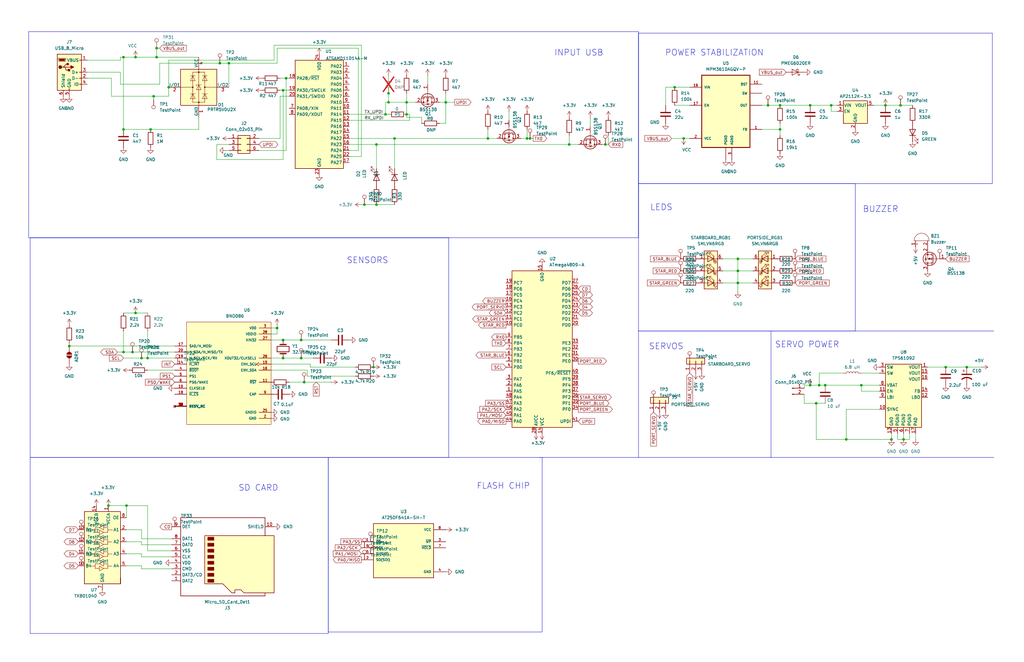
<source format=kicad_sch>
(kicad_sch (version 20231120) (generator "eeschema") (generator_version "8.0")
  (paper "USLedger")
  (junction (at 162.56 48.26))
  (junction (at 71.12 36.83))
  (junction (at 166.37 58.42))
  (junction (at 119.38 151.13))
  (junction (at 223.52 58.42))
  (junction (at 119.38 143.51))
  (junction (at 157.48 154.94))
  (junction (at 171.45 43.18))
  (junction (at 356.87 185.42))
  (junction (at 240.03 60.96))
  (junction (at 66.04 20.32))
  (junction (at 345.44 162.56))
  (junction (at 205.74 58.42))
  (junction (at 311.15 114.3))
  (junction (at 222.25 58.42))
  (junction (at 62.23 151.13))
  (junction (at 381 185.42))
  (junction (at 341.63 162.56))
  (junction (at 120.65 33.02))
  (junction (at 328.93 54.61))
  (junction (at 163.83 43.18))
  (junction (at 127 151.13))
  (junction (at 45.72 213.36))
  (junction (at 92.71 26.67))
  (junction (at 288.29 58.42))
  (junction (at 96.52 26.67))
  (junction (at 284.48 36.83))
  (junction (at 255.27 60.96))
  (junction (at 347.98 162.56))
  (junction (at 311.15 119.38))
  (junction (at 29.21 146.05))
  (junction (at 53.34 213.36))
  (junction (at 328.93 44.45))
  (junction (at 398.78 154.94))
  (junction (at 52.07 24.13))
  (junction (at 116.84 138.43))
  (junction (at 57.15 24.13))
  (junction (at 57.15 132.08))
  (junction (at 344.17 170.18))
  (junction (at 187.96 43.18))
  (junction (at 52.07 148.59))
  (junction (at 59.69 151.13))
  (junction (at 64.77 40.64))
  (junction (at 379.73 44.45))
  (junction (at 323.85 44.45))
  (junction (at 373.38 44.45))
  (junction (at 127 143.51))
  (junction (at 153.67 86.36))
  (junction (at 375.92 185.42))
  (junction (at 158.75 86.36))
  (junction (at 158.75 60.96))
  (junction (at 363.22 162.56))
  (junction (at 52.07 54.61))
  (junction (at 63.5 54.61))
  (junction (at 171.45 48.26))
  (junction (at 66.04 24.13))
  (junction (at 163.83 39.37))
  (junction (at 407.67 154.94))
  (junction (at 350.52 44.45))
  (junction (at 55.88 148.59))
  (junction (at 119.38 38.1))
  (junction (at 128.27 161.29))
  (junction (at 311.15 109.22))
  (junction (at 341.63 44.45))
  (wire (pts (xy 311.15 123.19) (xy 311.15 119.38)))
  (wire (pts (xy 53.34 213.36) (xy 62.23 213.36)))
  (wire (pts (xy 386.08 185.42) (xy 386.08 182.88)))
  (wire (pts (xy 36.83 25.4) (xy 50.8 25.4)))
  (wire (pts (xy 398.78 154.94) (xy 407.67 154.94)))
  (wire (pts (xy 119.38 151.13) (xy 127 151.13)))
  (wire (pts (xy 114.3 140.97) (xy 116.84 140.97)))
  (wire (pts (xy 71.12 25.4) (xy 115.57 25.4)))
  (wire (pts (xy 347.98 162.56) (xy 363.22 162.56)))
  (wire (pts (xy 120.65 33.02) (xy 118.11 33.02)))
  (wire (pts (xy 147.32 48.26) (xy 162.56 48.26)))
  (wire (pts (xy 118.11 40.64) (xy 121.92 40.64)))
  (wire (pts (xy 59.69 151.13) (xy 62.23 151.13)))
  (wire (pts (xy 311.15 109.22) (xy 317.5 109.22)))
  (wire (pts (xy 256.54 60.96) (xy 255.27 60.96)))
  (wire (pts (xy 50.8 24.13) (xy 52.07 24.13)))
  (wire (pts (xy 92.71 26.67) (xy 96.52 26.67)))
  (wire (pts (xy 55.88 148.59) (xy 73.66 148.59)))
  (wire (pts (xy 116.84 26.67) (xy 116.84 20.32)))
  (wire (pts (xy 187.96 43.18) (xy 185.42 43.18)))
  (wire (pts (xy 356.87 172.72) (xy 370.84 172.72)))
  (wire (pts (xy 240.03 60.96) (xy 243.84 60.96)))
  (polyline (pts (xy 325.12 193.04) (xy 325.12 139.7)))
  (wire (pts (xy 109.22 63.5) (xy 120.65 63.5)))
  (wire (pts (xy 114.3 143.51) (xy 119.38 143.51)))
  (wire (pts (xy 304.8 114.3) (xy 311.15 114.3)))
  (wire (pts (xy 62.23 156.21) (xy 73.66 156.21)))
  (wire (pts (xy 163.83 43.18) (xy 171.45 43.18)))
  (wire (pts (xy 344.17 170.18) (xy 344.17 185.42)))
  (wire (pts (xy 255.27 60.96) (xy 254 60.96)))
  (wire (pts (xy 166.37 58.42) (xy 205.74 58.42)))
  (wire (pts (xy 115.57 19.05) (xy 152.4 19.05)))
  (wire (pts (xy 121.92 161.29) (xy 128.27 161.29)))
  (wire (pts (xy 83.82 54.61) (xy 83.82 49.53)))
  (wire (pts (xy 52.07 24.13) (xy 57.15 24.13)))
  (wire (pts (xy 311.15 114.3) (xy 311.15 109.22)))
  (wire (pts (xy 205.74 58.42) (xy 209.55 58.42)))
  (wire (pts (xy 50.8 25.4) (xy 50.8 24.13)))
  (wire (pts (xy 62.23 213.36) (xy 62.23 232.41)))
  (wire (pts (xy 381 182.88) (xy 381 185.42)))
  (wire (pts (xy 163.83 39.37) (xy 163.83 43.18)))
  (wire (pts (xy 341.63 44.45) (xy 350.52 44.45)))
  (wire (pts (xy 284.48 36.83) (xy 290.83 36.83)))
  (wire (pts (xy 49.53 148.59) (xy 52.07 148.59)))
  (wire (pts (xy 119.38 143.51) (xy 127 143.51)))
  (wire (pts (xy 114.3 151.13) (xy 119.38 151.13)))
  (wire (pts (xy 46.99 40.64) (xy 64.77 40.64)))
  (wire (pts (xy 128.27 161.29) (xy 139.7 161.29)))
  (wire (pts (xy 91.44 60.96) (xy 96.52 60.96)))
  (wire (pts (xy 127 151.13) (xy 132.08 151.13)))
  (wire (pts (xy 171.45 43.18) (xy 175.26 43.18)))
  (wire (pts (xy 59.69 228.6) (xy 53.34 228.6)))
  (wire (pts (xy 304.8 119.38) (xy 311.15 119.38)))
  (wire (pts (xy 116.84 140.97) (xy 116.84 138.43)))
  (wire (pts (xy 158.75 86.36) (xy 166.37 86.36)))
  (wire (pts (xy 66.04 24.13) (xy 83.82 24.13)))
  (wire (pts (xy 63.5 54.61) (xy 83.82 54.61)))
  (wire (pts (xy 52.07 139.7) (xy 52.07 148.59)))
  (wire (pts (xy 152.4 86.36) (xy 153.67 86.36)))
  (wire (pts (xy 114.3 156.21) (xy 129.54 156.21)))
  (wire (pts (xy 52.07 148.59) (xy 55.88 148.59)))
  (wire (pts (xy 373.38 44.45) (xy 379.73 44.45)))
  (wire (pts (xy 109.22 58.42) (xy 118.11 58.42)))
  (wire (pts (xy 321.31 54.61) (xy 328.93 54.61)))
  (wire (pts (xy 163.83 36.83) (xy 163.83 39.37)))
  (wire (pts (xy 172.72 48.26) (xy 172.72 50.8)))
  (wire (pts (xy 383.54 185.42) (xy 383.54 182.88)))
  (wire (pts (xy 59.69 238.76) (xy 53.34 238.76)))
  (wire (pts (xy 116.84 20.32) (xy 151.13 20.32)))
  (wire (pts (xy 147.32 58.42) (xy 166.37 58.42)))
  (wire (pts (xy 311.15 114.3) (xy 317.5 114.3)))
  (wire (pts (xy 344.17 185.42) (xy 356.87 185.42)))
  (wire (pts (xy 280.67 36.83) (xy 284.48 36.83)))
  (wire (pts (xy 53.34 213.36) (xy 53.34 218.44)))
  (wire (pts (xy 57.15 24.13) (xy 66.04 24.13)))
  (wire (pts (xy 162.56 48.26) (xy 162.56 43.18)))
  (wire (pts (xy 52.07 54.61) (xy 52.07 24.13)))
  (wire (pts (xy 59.69 234.95) (xy 59.69 233.68)))
  (wire (pts (xy 344.17 170.18) (xy 347.98 170.18)))
  (wire (pts (xy 130.81 153.67) (xy 130.81 154.94)))
  (wire (pts (xy 341.63 162.56) (xy 345.44 162.56)))
  (wire (pts (xy 347.98 163.83) (xy 347.98 162.56)))
  (wire (pts (xy 59.69 233.68) (xy 53.34 233.68)))
  (wire (pts (xy 64.77 41.91) (xy 64.77 40.64)))
  (wire (pts (xy 222.25 58.42) (xy 223.52 58.42)))
  (wire (pts (xy 363.22 162.56) (xy 363.22 165.1)))
  (wire (pts (xy 368.3 44.45) (xy 373.38 44.45)))
  (wire (pts (xy 151.13 20.32) (xy 151.13 63.5)))
  (wire (pts (xy 323.85 44.45) (xy 328.93 44.45)))
  (wire (pts (xy 127 143.51) (xy 139.7 143.51)))
  (wire (pts (xy 96.52 26.67) (xy 96.52 36.83)))
  (wire (pts (xy 311.15 109.22) (xy 304.8 109.22)))
  (wire (pts (xy 379.73 44.45) (xy 384.81 44.45)))
  (wire (pts (xy 57.15 132.08) (xy 62.23 132.08)))
  (wire (pts (xy 284.48 44.45) (xy 290.83 44.45)))
  (wire (pts (xy 129.54 156.21) (xy 129.54 158.75)))
  (wire (pts (xy 280.67 44.45) (xy 280.67 36.83)))
  (wire (pts (xy 356.87 185.42) (xy 375.92 185.42)))
  (wire (pts (xy 67.31 26.67) (xy 92.71 26.67)))
  (wire (pts (xy 345.44 162.56) (xy 347.98 162.56)))
  (wire (pts (xy 191.77 43.18) (xy 187.96 43.18)))
  (polyline (pts (xy 269.24 193.04) (xy 269.24 139.7)))
  (wire (pts (xy 147.32 60.96) (xy 158.75 60.96)))
  (wire (pts (xy 248.92 49.53) (xy 248.92 53.34)))
  (wire (pts (xy 62.23 232.41) (xy 72.39 232.41)))
  (wire (pts (xy 407.67 154.94) (xy 414.02 154.94)))
  (wire (pts (xy 62.23 139.7) (xy 62.23 151.13)))
  (wire (pts (xy 171.45 39.37) (xy 171.45 43.18)))
  (wire (pts (xy 36.83 30.48) (xy 50.8 30.48)))
  (wire (pts (xy 185.42 52.07) (xy 187.96 52.07)))
  (wire (pts (xy 73.66 146.05) (xy 29.21 146.05)))
  (wire (pts (xy 363.22 162.56) (xy 370.84 162.56)))
  (wire (pts (xy 129.54 158.75) (xy 149.86 158.75)))
  (wire (pts (xy 115.57 25.4) (xy 115.57 19.05)))
  (wire (pts (xy 118.11 58.42) (xy 118.11 40.64)))
  (wire (pts (xy 355.6 157.48) (xy 345.44 157.48)))
  (wire (pts (xy 240.03 57.15) (xy 240.03 60.96)))
  (wire (pts (xy 172.72 48.26) (xy 171.45 48.26)))
  (wire (pts (xy 166.37 58.42) (xy 166.37 71.12)))
  (wire (pts (xy 328.93 54.61) (xy 328.93 57.15)))
  (wire (pts (xy 171.45 49.53) (xy 177.8 49.53)))
  (wire (pts (xy 162.56 48.26) (xy 163.83 48.26)))
  (wire (pts (xy 345.44 157.48) (xy 345.44 162.56)))
  (wire (pts (xy 158.75 60.96) (xy 158.75 71.12)))
  (wire (pts (xy 152.4 66.04) (xy 147.32 66.04)))
  (wire (pts (xy 46.99 33.02) (xy 46.99 40.64)))
  (wire (pts (xy 91.44 67.31) (xy 91.44 60.96)))
  (wire (pts (xy 67.31 35.56) (xy 67.31 26.67)))
  (wire (pts (xy 59.69 229.87) (xy 72.39 229.87)))
  (wire (pts (xy 222.25 54.61) (xy 222.25 58.42)))
  (wire (pts (xy 118.11 38.1) (xy 119.38 38.1)))
  (wire (pts (xy 356.87 172.72) (xy 356.87 185.42)))
  (wire (pts (xy 350.52 44.45) (xy 350.52 46.99)))
  (wire (pts (xy 71.12 36.83) (xy 71.12 25.4)))
  (wire (pts (xy 378.46 185.42) (xy 381 185.42)))
  (wire (pts (xy 223.52 58.42) (xy 224.79 58.42)))
  (wire (pts (xy 339.09 162.56) (xy 341.63 162.56)))
  (wire (pts (xy 205.74 54.61) (xy 205.74 58.42)))
  (wire (pts (xy 153.67 86.36) (xy 158.75 86.36)))
  (wire (pts (xy 59.69 227.33) (xy 59.69 223.52)))
  (wire (pts (xy 171.45 48.26) (xy 171.45 49.53)))
  (wire (pts (xy 339.09 166.37) (xy 339.09 170.18)))
  (wire (pts (xy 288.29 58.42) (xy 290.83 58.42)))
  (wire (pts (xy 67.31 20.32) (xy 66.04 20.32)))
  (wire (pts (xy 162.56 43.18) (xy 163.83 43.18)))
  (wire (pts (xy 177.8 49.53) (xy 177.8 52.07)))
  (wire (pts (xy 311.15 119.38) (xy 311.15 114.3)))
  (wire (pts (xy 339.09 162.56) (xy 339.09 163.83)))
  (wire (pts (xy 311.15 119.38) (xy 317.5 119.38)))
  (wire (pts (xy 116.84 138.43) (xy 116.84 137.16)))
  (wire (pts (xy 50.8 35.56) (xy 67.31 35.56)))
  (wire (pts (xy 52.07 151.13) (xy 59.69 151.13)))
  (wire (pts (xy 96.52 26.67) (xy 116.84 26.67)))
  (wire (pts (xy 381 185.42) (xy 383.54 185.42)))
  (wire (pts (xy 59.69 223.52) (xy 53.34 223.52)))
  (wire (pts (xy 378.46 182.88) (xy 378.46 185.42)))
  (wire (pts (xy 119.38 67.31) (xy 91.44 67.31)))
  (wire (pts (xy 180.34 31.75) (xy 180.34 35.56)))
  (wire (pts (xy 59.69 229.87) (xy 59.69 228.6)))
  (wire (pts (xy 52.07 132.08) (xy 57.15 132.08)))
  (wire (pts (xy 363.22 165.1) (xy 370.84 165.1)))
  (wire (pts (xy 151.13 63.5) (xy 147.32 63.5)))
  (wire (pts (xy 375.92 185.42) (xy 375.92 182.88)))
  (wire (pts (xy 283.21 58.42) (xy 288.29 58.42)))
  (wire (pts (xy 256.54 57.15) (xy 256.54 60.96)))
  (wire (pts (xy 29.21 146.05) (xy 29.21 144.78)))
  (wire (pts (xy 152.4 19.05) (xy 152.4 66.04)))
  (polyline (pts (xy 227.33 193.04) (xy 419.1 193.04)))
  (wire (pts (xy 130.81 154.94) (xy 149.86 154.94)))
  (wire (pts (xy 321.31 44.45) (xy 323.85 44.45)))
  (wire (pts (xy 214.63 46.99) (xy 214.63 50.8)))
  (wire (pts (xy 96.52 63.5) (xy 95.25 63.5)))
  (wire (pts (xy 171.45 43.18) (xy 171.45 48.26)))
  (wire (pts (xy 187.96 52.07) (xy 187.96 43.18)))
  (wire (pts (xy 114.3 138.43) (xy 116.84 138.43)))
  (wire (pts (xy 328.93 44.45) (xy 341.63 44.45)))
  (wire (pts (xy 187.96 39.37) (xy 187.96 43.18)))
  (wire (pts (xy 121.92 33.02) (xy 120.65 33.02)))
  (wire (pts (xy 59.69 240.03) (xy 59.69 238.76)))
  (wire (pts (xy 45.72 213.36) (xy 53.34 213.36)))
  (wire (pts (xy 119.38 38.1) (xy 119.38 67.31)))
  (wire (pts (xy 120.65 63.5) (xy 120.65 33.02)))
  (wire (pts (xy 64.77 40.64) (xy 71.12 40.64)))
  (wire (pts (xy 50.8 30.48) (xy 50.8 35.56)))
  (wire (pts (xy 222.25 58.42) (xy 219.71 58.42)))
  (wire (pts (xy 350.52 46.99) (xy 353.06 46.99)))
  (wire (pts (xy 71.12 40.64) (xy 71.12 36.83)))
  (wire (pts (xy 158.75 60.96) (xy 240.03 60.96)))
  (wire (pts (xy 62.23 151.13) (xy 73.66 151.13)))
  (wire (pts (xy 119.38 38.1) (xy 121.92 38.1)))
  (wire (pts (xy 363.22 157.48) (xy 370.84 157.48)))
  (wire (pts (xy 339.09 170.18) (xy 344.17 170.18)))
  (wire (pts (xy 328.93 52.07) (xy 328.93 54.61)))
  (wire (pts (xy 147.32 50.8) (xy 172.72 50.8)))
  (wire (pts (xy 52.07 54.61) (xy 63.5 54.61)))
  (wire (pts (xy 36.83 33.02) (xy 46.99 33.02)))
  (wire (pts (xy 391.16 154.94) (xy 398.78 154.94)))
  (polyline (pts (xy 269.24 139.7) (xy 419.1 139.7)))
  (wire (pts (xy 59.69 234.95) (xy 72.39 234.95)))
  (wire (pts (xy 66.04 20.32) (xy 66.04 24.13)))
  (wire (pts (xy 72.39 240.03) (xy 59.69 240.03)))
  (wire (pts (xy 350.52 44.45) (xy 353.06 44.45)))
  (wire (pts (xy 59.69 227.33) (xy 72.39 227.33)))
  (wire (pts (xy 114.3 153.67) (xy 130.81 153.67)))
  (rectangle (start 12.065 13.335) (end 269.24 100.33))
  (rectangle (start 12.7 100.33) (end 189.23 193.04))
  (rectangle (start 138.43 193.04) (end 228.6 266.7))
  (rectangle (start 12.7 193.04) (end 138.43 267.335))
  (rectangle (start 269.24 13.97) (end 418.465 77.47))
  (rectangle (start 269.24 77.47) (end 360.68 139.7))
  (text "SD CARD\n" (at 108.966 205.994 0) (effects (font (size 2.54 2.54))))
  (text "INPUT USB" (at 244.094 22.352 0) (effects (font (size 2.54 2.54))))
  (text "BUZZER\n" (at 371.348 88.392 0) (effects (font (size 2.54 2.54))))
  (text "POWER STABILIZATION" (at 301.244 22.352 0) (effects (font (size 2.54 2.54))))
  (text "FLASH CHIP\n" (at 212.2747 205.1733 0) (effects (font (size 2.54 2.54))))
  (text "SENSORS " (at 155.956 109.982 0) (effects (font (size 2.54 2.54))))
  (text "SERVOS\n" (at 280.924 146.304 0) (effects (font (size 2.54 2.54))))
  (text "LEDS\n" (at 278.892 87.63 0) (effects (font (size 2.54 2.54))))
  (text "SERVO POWER\n\n" (at 340.36 147.574 0) (effects (font (size 2.54 2.54))))
  (label "RX_UPDI" (at 153.67 50.8 0))
  (label "TX_UPDI" (at 153.67 48.26 0))
  (global_label "SDA" (shape bidirectional) (at 49.53 148.59 180) (property "Intersheetrefs" "${INTERSHEET_REFS}" (effects (hide yes))))
  (global_label "TX0" (shape input) (at 213.36 144.78 180) (property "Intersheetrefs" "${INTERSHEET_REFS}" (effects (hide yes))))
  (global_label "RX0" (shape input) (at 256.54 60.96 0) (property "Intersheetrefs" "${INTERSHEET_REFS}" (effects (hide yes))))
  (global_label "BUZZER" (shape input) (at 398.78 109.22 0) (property "Intersheetrefs" "${INTERSHEET_REFS}" (effects (hide yes))))
  (global_label "STAR_RED" (shape input) (at 287.02 114.3 180) (property "Intersheetrefs" "${INTERSHEET_REFS}" (effects (hide yes))))
  (global_label "TX0" (shape output) (at 224.79 58.42 0) (property "Intersheetrefs" "${INTERSHEET_REFS}" (effects (hide yes))))
  (global_label "VBUS_out" (shape input) (at 283.21 58.42 180) (property "Intersheetrefs" "${INTERSHEET_REFS}" (effects (hide yes))))
  (global_label "RST" (shape input) (at 133.35 161.29 270) (property "Intersheetrefs" "${INTERSHEET_REFS}" (effects (hide yes))))
  (global_label "VBUS_out" (shape input) (at 331.47 30.48 180) (property "Intersheetrefs" "${INTERSHEET_REFS}" (effects (hide yes))))
  (global_label "VBUS_out" (shape input) (at 67.31 20.32 0) (property "Intersheetrefs" "${INTERSHEET_REFS}" (effects (hide yes))))
  (global_label "STAR_GREEN" (shape output) (at 213.36 134.62 180) (property "Intersheetrefs" "${INTERSHEET_REFS}" (effects (hide yes))))
  (global_label "PORT_BLUE" (shape output) (at 243.84 170.18 0) (property "Intersheetrefs" "${INTERSHEET_REFS}" (effects (hide yes))))
  (global_label "CD" (shape output) (at 72.39 222.25 180) (property "Intersheetrefs" "${INTERSHEET_REFS}" (effects (hide yes))))
  (global_label "UPDI" (shape input) (at 243.84 177.8 0) (property "Intersheetrefs" "${INTERSHEET_REFS}" (effects (hide yes))))
  (global_label "SCL" (shape input) (at 52.07 151.13 180) (property "Intersheetrefs" "${INTERSHEET_REFS}" (effects (hide yes))))
  (global_label "PORT_SERVO" (shape input) (at 275.59 173.99 270) (property "Intersheetrefs" "${INTERSHEET_REFS}" (effects (hide yes))))
  (global_label "D4" (shape bidirectional) (at 33.02 233.68 180) (property "Intersheetrefs" "${INTERSHEET_REFS}" (effects (hide yes))))
  (global_label "D6" (shape bidirectional) (at 243.84 127 0) (property "Intersheetrefs" "${INTERSHEET_REFS}" (effects (hide yes))))
  (global_label "D5" (shape bidirectional) (at 33.02 238.76 180) (property "Intersheetrefs" "${INTERSHEET_REFS}" (effects (hide yes))))
  (global_label "SCL" (shape input) (at 213.36 154.94 180) (property "Intersheetrefs" "${INTERSHEET_REFS}" (effects (hide yes))))
  (global_label "CD" (shape input) (at 243.84 121.92 0) (property "Intersheetrefs" "${INTERSHEET_REFS}" (effects (hide yes))))
  (global_label "PORT_RED" (shape output) (at 243.84 152.4 0) (property "Intersheetrefs" "${INTERSHEET_REFS}" (effects (hide yes))))
  (global_label "STAR_BLUE" (shape input) (at 287.02 109.22 180) (property "Intersheetrefs" "${INTERSHEET_REFS}" (effects (hide yes))))
  (global_label "RX0" (shape output) (at 213.36 142.24 180) (property "Intersheetrefs" "${INTERSHEET_REFS}" (effects (hide yes))))
  (global_label "INT" (shape input) (at 73.66 153.67 180) (property "Intersheetrefs" "${INTERSHEET_REFS}" (effects (hide yes))))
  (global_label "PA1{slash}MOSI" (shape input) (at 152.4 233.68 180) (property "Intersheetrefs" "${INTERSHEET_REFS}" (effects (hide yes))))
  (global_label "D7" (shape bidirectional) (at 243.84 124.46 0) (property "Intersheetrefs" "${INTERSHEET_REFS}" (effects (hide yes))))
  (global_label "STAR_RED" (shape output) (at 213.36 137.16 180) (property "Intersheetrefs" "${INTERSHEET_REFS}" (effects (hide yes))))
  (global_label "UPDI" (shape bidirectional) (at 109.22 60.96 0) (property "Intersheetrefs" "${INTERSHEET_REFS}" (effects (hide yes))))
  (global_label "PORT_GREEN" (shape input) (at 335.28 119.38 0) (property "Intersheetrefs" "${INTERSHEET_REFS}" (effects (hide yes))))
  (global_label "PA2{slash}SCK" (shape input) (at 152.4 231.14 180) (property "Intersheetrefs" "${INTERSHEET_REFS}" (effects (hide yes))))
  (global_label "PORT_BLUE" (shape input) (at 335.28 109.22 0) (property "Intersheetrefs" "${INTERSHEET_REFS}" (effects (hide yes))))
  (global_label "STAR_GREEN" (shape input) (at 287.02 119.38 180) (property "Intersheetrefs" "${INTERSHEET_REFS}" (effects (hide yes))))
  (global_label "PA0{slash}MISO" (shape output) (at 152.4 236.22 180) (property "Intersheetrefs" "${INTERSHEET_REFS}" (effects (hide yes))))
  (global_label "PA0{slash}MISO" (shape output) (at 213.36 177.8 180) (property "Intersheetrefs" "${INTERSHEET_REFS}" (effects (hide yes))))
  (global_label "D6" (shape bidirectional) (at 33.02 228.6 180) (property "Intersheetrefs" "${INTERSHEET_REFS}" (effects (hide yes))))
  (global_label "PA1{slash}MOSI" (shape input) (at 213.36 175.26 180) (property "Intersheetrefs" "${INTERSHEET_REFS}" (effects (hide yes))))
  (global_label "D4" (shape bidirectional) (at 243.84 129.54 0) (property "Intersheetrefs" "${INTERSHEET_REFS}" (effects (hide yes))))
  (global_label "BUZZER" (shape output) (at 213.36 127 180) (property "Intersheetrefs" "${INTERSHEET_REFS}" (effects (hide yes))))
  (global_label "STAR_SERVO" (shape input) (at 290.83 157.48 270) (property "Intersheetrefs" "${INTERSHEET_REFS}" (effects (hide yes))))
  (global_label "PORT_SERVO" (shape output) (at 213.36 129.54 180) (property "Intersheetrefs" "${INTERSHEET_REFS}" (effects (hide yes))))
  (global_label "PA2{slash}SCK" (shape input) (at 213.36 172.72 180) (property "Intersheetrefs" "${INTERSHEET_REFS}" (effects (hide yes))))
  (global_label "SDA" (shape bidirectional) (at 213.36 132.08 180) (property "Intersheetrefs" "${INTERSHEET_REFS}" (effects (hide yes))))
  (global_label "PA3{slash}SS" (shape passive) (at 213.36 170.18 180) (property "Intersheetrefs" "${INTERSHEET_REFS}" (effects (hide yes))))
  (global_label "D7" (shape bidirectional) (at 33.02 223.52 180) (property "Intersheetrefs" "${INTERSHEET_REFS}" (effects (hide yes))))
  (global_label "PS0{slash}WAKE" (shape input) (at 73.66 161.29 180) (property "Intersheetrefs" "${INTERSHEET_REFS}" (effects (hide yes))))
  (global_label "UPDI" (shape output) (at 191.77 43.18 0) (property "Intersheetrefs" "${INTERSHEET_REFS}" (effects (hide yes))))
  (global_label "D5" (shape bidirectional) (at 243.84 132.08 0) (property "Intersheetrefs" "${INTERSHEET_REFS}" (effects (hide yes))))
  (global_label "PORT_RED" (shape input) (at 335.28 114.3 0) (property "Intersheetrefs" "${INTERSHEET_REFS}" (effects (hide yes))))
  (global_label "PA3{slash}SS" (shape passive) (at 152.4 228.6 180) (property "Intersheetrefs" "${INTERSHEET_REFS}" (effects (hide yes))))
  (global_label "PS1" (shape input) (at 73.66 158.75 180) (property "Intersheetrefs" "${INTERSHEET_REFS}" (effects (hide yes))))
  (global_label "STAR_BLUE" (shape output) (at 213.36 149.86 180) (property "Intersheetrefs" "${INTERSHEET_REFS}" (effects (hide yes))))
  (global_label "PORT_GREEN" (shape output) (at 243.84 172.72 0) (property "Intersheetrefs" "${INTERSHEET_REFS}" (effects (hide yes))))
  (global_label "STAR_SERVO" (shape output) (at 243.84 167.64 0) (property "Intersheetrefs" "${INTERSHEET_REFS}" (effects (hide yes))))
  (symbol (lib_id "Connector:TestPoint") (at 287.02 114.3 0) (unit 1)
    (property "Reference" "TP6" (at 289.56 109.7279 0) (effects (justify left)))
    (property "Value" "TestPoint" (at 289.56 112.2679 0) (effects (justify left)))
    (property "Description" "test point" (effects (hide yes)))
  )
  (symbol (lib_id "Connector:TestPoint") (at 153.67 86.36 0) (unit 1)
    (property "Reference" "TP30" (at 156.21 81.7879 0) (effects (justify left)))
    (property "Value" "TestPoint" (at 156.21 84.3279 0) (effects (justify left)))
    (property "Description" "test point" (effects (hide yes)))
  )
  (symbol (lib_id "Device:R") (at 118.11 161.29 90) (unit 1)
    (property "Reference" "R18" (at 120.65 163.322 90))
    (property "Value" "10k" (at 116.332 163.322 90))
    (property "Footprint" "Resistor_SMD:R_0402_1005Metric" (effects (hide yes)))
    (property "Description" "Resistor" (effects (hide yes)))
  )
  (symbol (lib_id "power:GND") (at 114.3 173.99 90) (unit 1)
    (property "Reference" "#PWR036" (effects (hide yes)))
    (property "Value" "GND" (at 118.11 173.9899 90) (effects (justify right)))
    (property "Description" "Power symbol creates a global label with name \"GND\" , ground" (effects (hide yes)))
  )
  (symbol (lib_id "Device:R") (at 290.83 109.22 90) (unit 1)
    (property "Reference" "R25" (at 290.83 109.474 90))
    (property "Value" "220" (at 290.83 111.506 90))
    (property "Footprint" "Resistor_SMD:R_0402_1005Metric" (effects (hide yes)))
    (property "Description" "Resistor" (effects (hide yes)))
  )
  (symbol (lib_id "power:GND") (at 398.78 162.56 0) (unit 1)
    (property "Reference" "#PWR066" (effects (hide yes)))
    (property "Value" "GND" (at 398.78 167.64 0))
    (property "Description" "Power symbol creates a global label with name \"GND\" , ground" (effects (hide yes)))
  )
  (symbol (lib_id "power:GND") (at 391.16 114.3 0) (unit 1)
    (property "Reference" "#PWR070" (effects (hide yes)))
    (property "Value" "GND" (at 391.16 119.38 0))
    (property "Description" "Power symbol creates a global label with name \"GND\" , ground" (effects (hide yes)))
  )
  (symbol (lib_id "power:+3.3V") (at 57.15 132.08 0) (unit 1)
    (property "Reference" "#PWR043" (effects (hide yes)))
    (property "Value" "+3.3V" (at 57.15 127 0))
    (property "Description" "Power symbol creates a global label with name \"+3.3V\"" (effects (hide yes)))
  )
  (symbol (lib_id "Device:C") (at 52.07 58.42 0) (unit 1)
    (property "Reference" "C1" (at 55.88 57.1499 0) (effects (justify left)))
    (property "Value" "4n7" (at 55.88 59.6899 0) (effects (justify left)))
    (property "Footprint" "Capacitor_SMD:C_0201_0603Metric" (effects (hide yes)))
    (property "Description" "Unpolarized capacitor" (effects (hide yes)))
  )
  (symbol (lib_id "Device:R") (at 205.74 50.8 0) (unit 1)
    (property "Reference" "R10" (at 208.28 49.5299 0) (effects (justify left)))
    (property "Value" "4k7" (at 208.28 52.0699 0) (effects (justify left)))
    (property "Footprint" "Resistor_SMD:R_0402_1005Metric" (effects (hide yes)))
    (property "Description" "Resistor" (effects (hide yes)))
  )
  (symbol (lib_id "Connector:TestPoint") (at 55.88 148.59 0) (unit 1)
    (property "Reference" "TP20" (at 58.42 144.0179 0) (effects (justify left)))
    (property "Value" "TestPoint" (at 58.42 146.5579 0) (effects (justify left)))
    (property "Description" "test point" (effects (hide yes)))
  )
  (symbol (lib_id "power:+3.3V") (at 228.6 182.88 180) (unit 1)
    (property "Reference" "#PWR054" (effects (hide yes)))
    (property "Value" "+3.3V" (at 226.822 186.944 0))
    (property "Description" "Power symbol creates a global label with name \"+3.3V\"" (effects (hide yes)))
  )
  (symbol (lib_id "Device:R") (at 331.47 119.38 90) (unit 1)
    (property "Reference" "R30" (at 331.724 119.634 90))
    (property "Value" "220" (at 331.47 122.682 90))
    (property "Footprint" "Resistor_SMD:R_0402_1005Metric" (effects (hide yes)))
    (property "Description" "Resistor" (effects (hide yes)))
  )
  (symbol (lib_id "Connector:TestPoint") (at 156.21 233.68 0) (unit 1)
    (property "Reference" "TP14" (at 158.75 229.1079 0) (effects (justify left)))
    (property "Value" "TestPoint" (at 158.75 231.6479 0) (effects (justify left)))
    (property "Description" "test point" (effects (hide yes)))
  )
  (symbol (lib_id "Logic_LevelTranslator:TXB0104D") (at 43.18 231.14 0) (mirror y) (unit 1)
    (property "Reference" "U7" (at 40.9859 248.92 0) (effects (justify left)))
    (property "Value" "TXB0104D" (at 40.9859 251.46 0) (effects (justify left)))
    (property "Footprint" "Package_SO:SOIC-14_3.9x8.7mm_P1.27mm" (effects (hide yes)))
    (property "Datasheet" "http://www.ti.com/lit/ds/symlink/txb0104.pdf" (effects (hide yes)))
    (property "Description" "4-Bit Bidirectional Voltage-Level Translator, Auto Direction Sensing and ±15-kV ESD Protection, 1.2 - 3.6V APort, 1.65 - 5.5V BPort, SOIC-14" (effects (hide yes)))
  )
  (symbol (lib_id "Device:R") (at 114.3 33.02 90) (unit 1)
    (property "Reference" "R11" (at 110.998 35.306 90))
    (property "Value" "4k7" (at 114.808 35.306 90))
    (property "Footprint" "Resistor_SMD:R_0402_1005Metric" (effects (hide yes)))
    (property "Description" "Resistor" (effects (hide yes)))
  )
  (symbol (lib_id "power:GND") (at 121.92 166.37 90) (unit 1)
    (property "Reference" "#PWR039" (effects (hide yes)))
    (property "Value" "GND" (at 125.73 166.3699 90) (effects (justify right)))
    (property "Description" "Power symbol creates a global label with name \"GND\" , ground" (effects (hide yes)))
  )
  (symbol (lib_id "Connector:TestPoint") (at 396.24 109.22 0) (unit 1)
    (property "Reference" "TP11" (at 398.78 104.6479 0) (effects (justify left)))
    (property "Value" "TestPoint" (at 398.78 107.1879 0) (effects (justify left)))
    (property "Description" "test point" (effects (hide yes)))
  )
  (symbol (lib_id "power:+3.3V") (at 110.49 33.02 90) (unit 1)
    (property "Reference" "#PWR07" (effects (hide yes)))
    (property "Value" "+3.3V" (at 106.68 33.0199 90) (effects (justify left)))
    (property "Description" "Power symbol creates a global label with name \"+3.3V\"" (effects (hide yes)))
  )
  (symbol (lib_id "Device:C") (at 347.98 166.37 0) (unit 1)
    (property "Reference" "C8" (at 348.742 168.91 0) (effects (justify left)))
    (property "Value" "10 uF" (at 348.742 171.45 0) (effects (justify left)))
    (property "Footprint" "Capacitor_SMD:C_0201_0603Metric" (effects (hide yes)))
    (property "Description" "Unpolarized capacitor" (effects (hide yes)))
  )
  (symbol (lib_id "Device:C") (at 135.89 151.13 90) (unit 1)
    (property "Reference" "C2" (at 136.144 146.812 90))
    (property "Value" "22pF" (at 139.954 153.67 90))
    (property "Footprint" "Capacitor_SMD:C_0201_0603Metric" (effects (hide yes)))
    (property "Description" "Unpolarized capacitor" (effects (hide yes)))
  )
  (symbol (lib_id "Device:R") (at 167.64 48.26 90) (unit 1)
    (property "Reference" "R5" (at 167.64 48.26 90))
    (property "Value" "0" (at 167.386 45.974 90))
    (property "Footprint" "Resistor_SMD:R_0402_1005Metric" (effects (hide yes)))
    (property "Description" "Resistor" (effects (hide yes)))
  )
  (symbol (lib_id "Connector:TestPoint") (at 157.48 154.94 0) (unit 1)
    (property "Reference" "TP32" (at 160.02 150.3679 0) (effects (justify left)))
    (property "Value" "TestPoint" (at 160.02 152.9079 0) (effects (justify left)))
    (property "Description" "test point" (effects (hide yes)))
  )
  (symbol (lib_id "Device:R") (at 62.23 135.89 0) (unit 1)
    (property "Reference" "R22" (at 64.77 134.6199 0) (effects (justify left)))
    (property "Value" "2.2k" (at 64.77 137.1599 0) (effects (justify left)))
    (property "Footprint" "Resistor_SMD:R_0402_1005Metric" (effects (hide yes)))
    (property "Description" "Resistor" (effects (hide yes)))
  )
  (symbol (lib_id "Device:C") (at 280.67 48.26 0) (unit 1)
    (property "Reference" "C4" (at 284.48 46.9899 0) (effects (justify left)))
    (property "Value" "22u" (at 284.48 49.5299 0) (effects (justify left)))
    (property "Footprint" "Capacitor_SMD:C_0201_0603Metric" (effects (hide yes)))
    (property "Description" "Unpolarized capacitor" (effects (hide yes)))
  )
  (symbol (lib_id "Device:R") (at 153.67 158.75 90) (unit 1)
    (property "Reference" "R20" (at 156.21 160.782 90))
    (property "Value" "4.7k" (at 151.892 160.782 90))
    (property "Footprint" "Resistor_SMD:R_0402_1005Metric" (effects (hide yes)))
    (property "Description" "Resistor" (effects (hide yes)))
  )
  (symbol (lib_id "power:GND") (at 52.07 62.23 0) (unit 1)
    (property "Reference" "#PWR02" (effects (hide yes)))
    (property "Value" "GND" (at 52.07 67.31 0))
    (property "Description" "Power symbol creates a global label with name \"GND\" , ground" (effects (hide yes)))
  )
  (symbol (lib_id "Device:C") (at 118.11 166.37 90) (unit 1)
    (property "Reference" "C7" (at 116.586 170.434 90))
    (property "Value" "0.1uF" (at 121.158 170.688 90))
    (property "Footprint" "Capacitor_SMD:C_0201_0603Metric" (effects (hide yes)))
    (property "Description" "Unpolarized capacitor" (effects (hide yes)))
  )
  (symbol (lib_id "Device:R") (at 153.67 154.94 90) (unit 1)
    (property "Reference" "R19" (at 156.21 156.972 90))
    (property "Value" "4.7k" (at 151.892 156.972 90))
    (property "Footprint" "Resistor_SMD:R_0402_1005Metric" (effects (hide yes)))
    (property "Description" "Resistor" (effects (hide yes)))
  )
  (symbol (lib_id "Connector:TestPoint") (at 275.59 168.91 0) (unit 1)
    (property "Reference" "TP3" (at 278.13 164.3379 0) (effects (justify left)))
    (property "Value" "TestPoint" (at 278.13 166.8779 0) (effects (justify left)))
    (property "Description" "test point" (effects (hide yes)))
  )
  (symbol (lib_id "LED:SMLVN6RGB") (at 299.72 114.3 0) (unit 1)
    (property "Reference" "STARBOARD_RGB1" (at 299.72 100.33 0))
    (property "Value" "SMLVN6RGB" (at 299.72 102.87 0))
    (property "Footprint" "LED_SMD:LED_ROHM_SMLVN6" (effects (hide yes)))
    (property "Datasheet" "https://www.rohm.com/datasheet/SMLVN6RGB1U" (effects (hide yes)))
    (property "Description" "High Brightness Tri-Color LED, RGB, 3.5x2.8mm" (effects (hide yes)))
  )
  (symbol (lib_id "Connector:TestPoint") (at 335.28 119.38 0) (unit 1)
    (property "Reference" "TP10" (at 337.82 114.8079 0) (effects (justify left)))
    (property "Value" "TestPoint" (at 337.82 117.3479 0) (effects (justify left)))
    (property "Description" "test point" (effects (hide yes)))
  )
  (symbol (lib_id "Device:R") (at 256.54 53.34 0) (unit 1)
    (property "Reference" "R12" (at 259.08 52.0699 0) (effects (justify left)))
    (property "Value" "4k7" (at 259.08 54.6099 0) (effects (justify left)))
    (property "Footprint" "Resistor_SMD:R_0402_1005Metric" (effects (hide yes)))
    (property "Description" "Resistor" (effects (hide yes)))
  )
  (symbol (lib_id "power:GND") (at 373.38 52.07 0) (unit 1)
    (property "Reference" "#PWR032" (effects (hide yes)))
    (property "Value" "GND" (at 373.38 57.15 0))
    (property "Description" "Power symbol creates a global label with name \"GND\" , ground" (effects (hide yes)))
  )
  (symbol (lib_id "power:+3.3V") (at 163.83 31.75 0) (unit 1)
    (property "Reference" "#PWR015" (effects (hide yes)))
    (property "Value" "+3.3V" (at 163.83 26.67 0))
    (property "Description" "Power symbol creates a global label with name \"+3.3V\"" (effects (hide yes)))
  )
  (symbol (lib_id "Device:R") (at 63.5 58.42 0) (unit 1)
    (property "Reference" "R1" (at 66.04 57.1499 0) (effects (justify left)))
    (property "Value" "1M" (at 66.04 59.6899 0) (effects (justify left)))
    (property "Footprint" "Resistor_SMD:R_0402_1005Metric" (effects (hide yes)))
    (property "Description" "Resistor" (effects (hide yes)))
  )
  (symbol (lib_id "Device:C_Polarized_US") (at 407.67 158.75 0) (unit 1)
    (property "Reference" "C10" (at 409.956 156.464 0) (effects (justify left)))
    (property "Value" "100 uF" (at 409.702 162.306 0) (effects (justify left)))
    (property "Footprint" "Capacitor_SMD:C_0201_0603Metric" (effects (hide yes)))
    (property "Description" "Polarized capacitor, US symbol" (effects (hide yes)))
  )
  (symbol (lib_id "Connector:TestPoint") (at 156.21 228.6 0) (unit 1)
    (property "Reference" "TP12" (at 158.75 224.0279 0) (effects (justify left)))
    (property "Value" "TestPoint" (at 158.75 226.5679 0) (effects (justify left)))
    (property "Description" "test point" (effects (hide yes)))
  )
  (symbol (lib_id "power:GND") (at 26.67 40.64 0) (unit 1)
    (property "Reference" "#PWR024" (effects (hide yes)))
    (property "Value" "GND" (at 26.67 45.72 0))
    (property "Description" "Power symbol creates a global label with name \"GND\" , ground" (effects (hide yes)))
  )
  (symbol (lib_id "Device:Crystal") (at 119.38 147.32 90) (unit 1)
    (property "Reference" "Y1" (at 123.19 146.0499 90) (effects (justify right)))
    (property "Value" "32.768kHz" (at 123.19 148.5899 90) (effects (justify right)))
    (property "Footprint" "Crystal:Crystal_C26-LF_D2.1mm_L6.5mm_Vertical" (effects (hide yes)))
    (property "Description" "Two pin crystal" (effects (hide yes)))
  )
  (symbol (lib_id "power:+3.3V") (at 373.38 44.45 0) (unit 1)
    (property "Reference" "#PWR031" (effects (hide yes)))
    (property "Value" "+3.3V" (at 373.38 39.37 0))
    (property "Description" "Power symbol creates a global label with name \"+3.3V\"" (effects (hide yes)))
  )
  (symbol (lib_id "power:GND") (at 29.21 40.64 0) (unit 1)
    (property "Reference" "#PWR01" (effects (hide yes)))
    (property "Value" "GND" (at 29.21 45.72 0))
    (property "Description" "Power symbol creates a global label with name \"GND\" , ground" (effects (hide yes)))
  )
  (symbol (lib_id "power:+3.3V") (at 139.7 161.29 270) (unit 1)
    (property "Reference" "#PWR040" (effects (hide yes)))
    (property "Value" "+3.3V" (at 143.51 161.2899 90) (effects (justify left)))
    (property "Description" "Power symbol creates a global label with name \"+3.3V\"" (effects (hide yes)))
  )
  (symbol (lib_id "Device:R") (at 187.96 35.56 0) (unit 1)
    (property "Reference" "R7" (at 190.5 34.2899 0) (effects (justify left)))
    (property "Value" "4k7" (at 190.5 36.8299 0) (effects (justify left)))
    (property "Footprint" "Resistor_SMD:R_0402_1005Metric" (effects (hide yes)))
    (property "Description" "Resistor" (effects (hide yes)))
  )
  (symbol (lib_id "Connector:TestPoint") (at 287.02 109.22 0) (unit 1)
    (property "Reference" "TP5" (at 289.56 104.6479 0) (effects (justify left)))
    (property "Value" "TestPoint" (at 289.56 107.1879 0) (effects (justify left)))
    (property "Description" "test point" (effects (hide yes)))
  )
  (symbol (lib_id "power:GND") (at 29.21 153.67 0) (unit 1)
    (property "Reference" "#PWR045" (effects (hide yes)))
    (property "Value" "GND" (at 29.21 158.75 0))
    (property "Description" "Power symbol creates a global label with name \"GND\" , ground" (effects (hide yes)))
  )
  (symbol (lib_id "power:GND") (at 147.32 143.51 90) (unit 1)
    (property "Reference" "#PWR038" (effects (hide yes)))
    (property "Value" "GND" (at 151.13 143.5099 90) (effects (justify right)))
    (property "Description" "Power symbol creates a global label with name \"GND\" , ground" (effects (hide yes)))
  )
  (symbol (lib_id "Device:R") (at 181.61 52.07 90) (unit 1)
    (property "Reference" "R8" (at 181.356 50.038 90))
    (property "Value" "DNP" (at 181.864 54.864 90))
    (property "Footprint" "Resistor_SMD:R_0402_1005Metric" (effects (hide yes)))
    (property "Description" "Resistor" (effects (hide yes)))
  )
  (symbol (lib_id "Connector_Generic:Conn_01x03") (at 293.37 152.4 90) (unit 1)
    (property "Reference" "J4" (at 298.45 151.1299 90) (effects (justify right)))
    (property "Value" "STARBOARD_SERVO" (at 298.45 153.6699 90) (effects (justify right)))
    (property "Footprint" "Connector_PinHeader_2.54mm:PinHeader_1x03_P2.54mm_Vertical" (effects (hide yes)))
    (property "Description" "Generic connector, single row, 01x03, script generated (kicad-library-utils/schlib/autogen/connector/)" (effects (hide yes)))
  )
  (symbol (lib_id "power:+5V") (at 293.37 157.48 180) (unit 1)
    (property "Reference" "#PWR059" (effects (hide yes)))
    (property "Value" "+5V" (at 293.3701 161.29 90) (effects (justify left)))
    (property "Description" "Power symbol creates a global label with name \"+5V\"" (effects (hide yes)))
  )
  (symbol (lib_id "Device:R") (at 284.48 40.64 0) (unit 1)
    (property "Reference" "R14" (at 287.02 39.3699 0) (effects (justify left)))
    (property "Value" "100k" (at 287.02 41.9099 0) (effects (justify left)))
    (property "Footprint" "Resistor_SMD:R_0402_1005Metric" (effects (hide yes)))
    (property "Description" "Resistor" (effects (hide yes)))
  )
  (symbol (lib_id "Connector:TestPoint") (at 34.29 238.76 0) (unit 1)
    (property "Reference" "TP19" (at 36.83 234.1879 0) (effects (justify left)))
    (property "Value" "TestPoint" (at 36.83 236.7279 0) (effects (justify left)))
    (property "Description" "test point" (effects (hide yes)))
  )
  (symbol (lib_id "power:GND") (at 308.61 67.31 0) (unit 1)
    (property "Reference" "#PWR027" (effects (hide yes)))
    (property "Value" "GND" (at 308.61 72.39 0))
    (property "Description" "Power symbol creates a global label with name \"GND\" , ground" (effects (hide yes)))
  )
  (symbol (lib_id "power:GND") (at 341.63 52.07 0) (unit 1)
    (property "Reference" "#PWR028" (effects (hide yes)))
    (property "Value" "GND" (at 341.63 57.15 0))
    (property "Description" "Power symbol creates a global label with name \"GND\" , ground" (effects (hide yes)))
  )
  (symbol (lib_id "power:GND") (at 407.67 162.56 0) (unit 1)
    (property "Reference" "#PWR067" (effects (hide yes)))
    (property "Value" "GND" (at 407.67 167.64 0))
    (property "Description" "Power symbol creates a global label with name \"GND\" , ground" (effects (hide yes)))
  )
  (symbol (lib_id "Connector:TestPoint") (at 287.02 119.38 0) (unit 1)
    (property "Reference" "TP7" (at 289.56 114.8079 0) (effects (justify left)))
    (property "Value" "TestPoint" (at 289.56 117.3479 0) (effects (justify left)))
    (property "Description" "test point" (effects (hide yes)))
  )
  (symbol (lib_id "Device:R") (at 328.93 60.96 0) (unit 1)
    (property "Reference" "R16" (at 331.47 59.6899 0) (effects (justify left)))
    (property "Value" "19k1" (at 331.47 62.2299 0) (effects (justify left)))
    (property "Footprint" "Resistor_SMD:R_0402_1005Metric" (effects (hide yes)))
    (property "Description" "Resistor" (effects (hide yes)))
  )
  (symbol (lib_id "Device:LED") (at 166.37 74.93 270) (unit 1)
    (property "Reference" "D3" (at 158.75 73.3425 0))
    (property "Value" "LED" (at 170.688 74.168 0))
    (property "Footprint" "LED_SMD:LED_0201_0603Metric" (effects (hide yes)))
    (property "Description" "Light emitting diode" (effects (hide yes)))
  )
  (symbol (lib_id "power:+5V") (at 386.08 104.14 180) (unit 1)
    (property "Reference" "#PWR071" (effects (hide yes)))
    (property "Value" "+5V" (at 386.0801 107.95 90) (effects (justify left)))
    (property "Description" "Power symbol creates a global label with name \"+5V\"" (effects (hide yes)))
  )
  (symbol (lib_id "BNO086:BNO086") (at 104.14 156.21 0) (unit 1)
    (property "Reference" "U6" (at 104.14 130.81 0))
    (property "Value" "BNO086" (at 99.06 133.35 0))
    (property "Footprint" "BNO086:IC_BNO086" (effects (hide yes)))
    (property "MF" "CEVA Technologies, Inc." (effects (hide yes)))
    (property "MAXIMUM_PACKAGE_HEIGHT" "1.18mm" (effects (hide yes)))
    (property "Package" "TFLGA-28 CEVA Technologies, Inc." (effects (hide yes)))
    (property "Price" "None" (effects (hide yes)))
    (property "Check_prices" "https://www.snapeda.com/parts/BNO086/CEVA+Technologies%252C+Inc./view-part/?ref=eda" (effects (hide yes)))
    (property "STANDARD" "Manufacturer Recommendations" (effects (hide yes)))
    (property "PARTREV" "v1.17" (effects (hide yes)))
    (property "SnapEDA_Link" "https://www.snapeda.com/parts/BNO086/CEVA+Technologies%252C+Inc./view-part/?ref=snap" (effects (hide yes)))
    (property "MP" "BNO086" (effects (hide yes)))
    (property "Description_1" "\nAccelerometer, Gyroscope, Magnetometer, Temperature, 9 Axis Sensor I2C, SPI Output\n" (effects (hide yes)))
    (property "Availability" "In Stock" (effects (hide yes)))
    (property "MANUFACTURER" "Hillcrest Laboratories, Inc." (effects (hide yes)))
  )
  (symbol (lib_id "Connector:TestPoint") (at 127 151.13 0) (unit 1)
    (property "Reference" "TP25" (at 129.54 146.5579 0) (effects (justify left)))
    (property "Value" "TestPoint" (at 129.54 149.0979 0) (effects (justify left)))
    (property "Description" "test point" (effects (hide yes)))
  )
  (symbol (lib_id "Connector:TestPoint") (at 335.28 109.22 0) (unit 1)
    (property "Reference" "TP8" (at 337.82 104.6479 0) (effects (justify left)))
    (property "Value" "TestPoint" (at 337.82 107.1879 0) (effects (justify left)))
    (property "Description" "test point" (effects (hide yes)))
  )
  (symbol (lib_id "power:GND") (at 72.39 237.49 270) (unit 1)
    (property "Reference" "#PWR051" (effects (hide yes)))
    (property "Value" "GND" (at 68.58 237.4899 90) (effects (justify right)))
    (property "Description" "Power symbol creates a global label with name \"GND\" , ground" (effects (hide yes)))
  )
  (symbol (lib_id "Connector:TestPoint") (at 34.29 233.68 0) (unit 1)
    (property "Reference" "TP18" (at 36.83 229.1079 0) (effects (justify left)))
    (property "Value" "TestPoint" (at 36.83 231.6479 0) (effects (justify left)))
    (property "Description" "test point" (effects (hide yes)))
  )
  (symbol (lib_id "Device:D_Zener") (at 163.83 35.56 270) (unit 1) (dnp yes)
    (property "Reference" "D4" (at 166.37 34.2899 90) (effects (justify left)))
    (property "Value" "DNP" (at 166.37 36.8299 90) (effects (justify left)))
    (property "Description" "Zener diode" (effects (hide yes)))
  )
  (symbol (lib_id "power:GND") (at 115.57 222.25 90) (unit 1)
    (property "Reference" "#PWR050" (effects (hide yes)))
    (property "Value" "GND" (at 119.38 222.2499 90) (effects (justify right)))
    (property "Description" "Power symbol creates a global label with name \"GND\" , ground" (effects (hide yes)))
  )
  (symbol (lib_id "power:+3.3V") (at 110.49 38.1 90) (unit 1)
    (property "Reference" "#PWR08" (effects (hide yes)))
    (property "Value" "+3.3V" (at 106.68 38.0999 90) (effects (justify left)))
    (property "Description" "Power symbol creates a global label with name \"+3.3V\"" (effects (hide yes)))
  )
  (symbol (lib_id "power:+3.3V") (at 116.84 137.16 0) (unit 1)
    (property "Reference" "#PWR04" (effects (hide yes)))
    (property "Value" "+3.3V" (at 116.84 132.08 0))
    (property "Description" "Power symbol creates a global label with name \"+3.3V\"" (effects (hide yes)))
  )
  (symbol (lib_id "power:GND") (at 228.6 111.76 180) (unit 1)
    (property "Reference" "#PWR035" (effects (hide yes)))
    (property "Value" "GND" (at 228.6 106.68 0))
    (property "Description" "Power symbol creates a global label with name \"GND\" , ground" (effects (hide yes)))
  )
  (symbol (lib_id "power:+3.3V") (at 180.34 31.75 0) (unit 1)
    (property "Reference" "#PWR013" (effects (hide yes)))
    (property "Value" "+3.3V" (at 180.34 26.67 0))
    (property "Description" "Power symbol creates a global label with name \"+3.3V\"" (effects (hide yes)))
  )
  (symbol (lib_id "power:GND") (at 375.92 185.42 0) (unit 1)
    (property "Reference" "#PWR062" (effects (hide yes)))
    (property "Value" "GND" (at 375.92 190.5 0))
    (property "Description" "Power symbol creates a global label with name \"GND\" , ground" (effects (hide yes)))
  )
  (symbol (lib_id "power:GND") (at 95.25 63.5 270) (unit 1)
    (property "Reference" "#PWR09" (effects (hide yes)))
    (property "Value" "GND" (at 98.298 65.532 90) (effects (justify right)))
    (property "Description" "Power symbol creates a global label with name \"GND\" , ground" (effects (hide yes)))
  )
  (symbol (lib_id "power:+3.3V") (at 187.96 223.52 270) (unit 1)
    (property "Reference" "#PWR052" (effects (hide yes)))
    (property "Value" "+3.3V" (at 191.77 223.5199 90) (effects (justify left)))
    (property "Description" "Power symbol creates a global label with name \"+3.3V\"" (effects (hide yes)))
  )
  (symbol (lib_id "Connector:TestPoint") (at 59.69 151.13 0) (unit 1)
    (property "Reference" "TP21" (at 62.23 146.5579 0) (effects (justify left)))
    (property "Value" "TestPoint" (at 62.23 149.0979 0) (effects (justify left)))
    (property "Description" "test point" (effects (hide yes)))
  )
  (symbol (lib_id "Connector:TestPoint") (at 64.77 41.91 180) (unit 1)
    (property "Reference" "TP1" (at 67.31 43.9419 0) (effects (justify right)))
    (property "Value" "TestPoint" (at 67.31 46.4819 0) (effects (justify right)))
    (property "Footprint" "TestPoint:TestPoint_Pad_1.0x1.0mm" (effects (hide yes)))
    (property "Description" "test point" (effects (hide yes)))
  )
  (symbol (lib_id "power:VCC") (at 57.15 24.13 0) (unit 1)
    (property "Reference" "#PWR069" (effects (hide yes)))
    (property "Value" "VCC" (at 55.88 19.304 0))
    (property "Description" "Power symbol creates a global label with name \"VCC\"" (effects (hide yes)))
  )
  (symbol (lib_id "Connector:TestPoint") (at 128.27 161.29 0) (unit 1)
    (property "Reference" "TP23" (at 130.81 156.7179 0) (effects (justify left)))
    (property "Value" "TestPoint" (at 130.81 159.2579 0) (effects (justify left)))
    (property "Description" "test point" (effects (hide yes)))
  )
  (symbol (lib_id "MCU_Microchip_SAMD:ATSAMD11D14A-M") (at 134.62 48.26 0) (unit 1)
    (property "Reference" "U1" (at 137.16 21.59 0) (effects (justify left)))
    (property "Value" "ATSAMD11D14A-M" (at 137.414 24.638 0) (effects (justify left)))
    (property "Footprint" "Package_DFN_QFN:QFN-24-1EP_4x4mm_P0.5mm_EP2.6x2.6mm" (effects (hide yes)))
    (property "Datasheet" "http://ww1.microchip.com/downloads/en/DeviceDoc/Atmel-42363-SAM-D11_Datasheet.pdf" (effects (hide yes)))
    (property "Description" "ARM Cortex-M0+ MCU, 48MHz, 16KB Flash, 4KB RAM, 1.6-3.6V, 22 GPIO, QFN-24" (effects (hide yes)))
  )
  (symbol (lib_id "power:+3.3V") (at 222.25 46.99 0) (unit 1)
    (property "Reference" "#PWR020" (effects (hide yes)))
    (property "Value" "+3.3V" (at 222.25 41.91 0))
    (property "Description" "Power symbol creates a global label with name \"+3.3V\"" (effects (hide yes)))
  )
  (symbol (lib_id "power:+3.3V") (at 54.61 156.21 90) (unit 1)
    (property "Reference" "#PWR046" (effects (hide yes)))
    (property "Value" "+3.3V" (at 50.8 156.2099 90) (effects (justify left)))
    (property "Description" "Power symbol creates a global label with name \"+3.3V\"" (effects (hide yes)))
  )
  (symbol (lib_id "Regulator_Switching:TPS61092") (at 381 167.64 0) (unit 1)
    (property "Reference" "U8" (at 381 148.59 0))
    (property "Value" "TPS61092" (at 381 151.13 0))
    (property "Footprint" "Package_DFN_QFN:DFN-10-1EP_3x3mm_P0.5mm_EP1.65x2.38mm_ThermalVias" (effects (hide yes)))
    (property "Datasheet" "http://www.ti.com/lit/ds/symlink/tps61090.pdf" (effects (hide yes)))
    (property "Description" "2A Step-Up DC-DC Converter for Batteries, Isw up to 2500mA, 5V Output Voltage, QFN-16" (effects (hide yes)))
  )
  (symbol (lib_id "power:+3.3V") (at 205.74 46.99 0) (unit 1)
    (property "Reference" "#PWR018" (effects (hide yes)))
    (property "Value" "+3.3V" (at 205.74 41.91 0))
    (property "Description" "Power symbol creates a global label with name \"+3.3V\"" (effects (hide yes)))
  )
  (symbol (lib_id "Transistor_FET:BSS138") (at 393.7 109.22 180) (unit 1)
    (property "Reference" "Q4" (at 401.066 113.538 0))
    (property "Value" "BSS138" (at 403.098 115.316 0))
    (property "Footprint" "Package_TO_SOT_SMD:SOT-23" (effects (hide yes)))
    (property "Datasheet" "https://www.onsemi.com/pub/Collateral/BSS138-D.PDF" (effects (hide yes)))
    (property "Description" "50V Vds, 0.22A Id, N-Channel MOSFET, SOT-23" (effects (hide yes)))
  )
  (symbol (lib_id "power:+3.3V") (at 171.45 31.75 0) (unit 1)
    (property "Reference" "#PWR014" (effects (hide yes)))
    (property "Value" "+3.3V" (at 171.45 26.67 0))
    (property "Description" "Power symbol creates a global label with name \"+3.3V\"" (effects (hide yes)))
  )
  (symbol (lib_id "power:GND") (at 370.84 154.94 270) (unit 1)
    (property "Reference" "#PWR063" (effects (hide yes)))
    (property "Value" "GND" (at 369.824 152.146 90) (effects (justify right)))
    (property "Description" "Power symbol creates a global label with name \"GND\" , ground" (effects (hide yes)))
  )
  (symbol (lib_id "power:GND") (at 134.62 73.66 0) (unit 1)
    (property "Reference" "#PWR011" (effects (hide yes)))
    (property "Value" "GND" (at 134.62 78.74 0))
    (property "Description" "Power symbol creates a global label with name \"GND\" , ground" (effects (hide yes)))
  )
  (symbol (lib_id "Connector:Conn_01x02_Pin") (at 334.01 163.83 0) (unit 1)
    (property "Reference" "J6" (at 334.645 158.75 0))
    (property "Value" "Conn_01x02_Pin" (at 334.645 161.29 0))
    (property "Footprint" "Connector_PinHeader_2.54mm:PinHeader_1x02_P2.54mm_Vertical" (effects (hide yes)))
    (property "Description" "Generic connector, single row, 01x02, script generated" (effects (hide yes)))
  )
  (symbol (lib_id "Device:R") (at 58.42 156.21 90) (unit 1)
    (property "Reference" "R24" (at 58.166 153.67 90))
    (property "Value" "10k" (at 58.42 158.496 90))
    (property "Footprint" "Resistor_SMD:R_0402_1005Metric" (effects (hide yes)))
    (property "Description" "Resistor" (effects (hide yes)))
  )
  (symbol (lib_id "Connector:TestPoint") (at 323.85 44.45 0) (unit 1)
    (property "Reference" "TP26" (at 326.39 39.8779 0) (effects (justify left)))
    (property "Value" "TestPoint" (at 326.39 42.4179 0) (effects (justify left)))
    (property "Description" "test point" (effects (hide yes)))
  )
  (symbol (lib_id "power:VCC") (at 288.29 58.42 180) (unit 1)
    (property "Reference" "#PWR068" (effects (hide yes)))
    (property "Value" "VCC" (at 289.56 63.246 0))
    (property "Description" "Power symbol creates a global label with name \"VCC\"" (effects (hide yes)))
  )
  (symbol (lib_id "power:+3.3V") (at 248.92 49.53 0) (unit 1)
    (property "Reference" "#PWR021" (effects (hide yes)))
    (property "Value" "+3.3V" (at 248.92 44.45 0))
    (property "Description" "Power symbol creates a global label with name \"+3.3V\"" (effects (hide yes)))
  )
  (symbol (lib_id "Device:R") (at 328.93 48.26 0) (unit 1)
    (property "Reference" "R15" (at 331.47 46.9899 0) (effects (justify left)))
    (property "Value" "100k" (at 331.47 49.5299 0) (effects (justify left)))
    (property "Footprint" "Resistor_SMD:R_0402_1005Metric" (effects (hide yes)))
    (property "Description" "Resistor" (effects (hide yes)))
  )
  (symbol (lib_id "Connector_Generic:Conn_01x03") (at 278.13 168.91 90) (unit 1)
    (property "Reference" "J5" (at 283.21 167.6399 90) (effects (justify right)))
    (property "Value" "PORTSIDE_SERVO" (at 282.956 170.688 90) (effects (justify right)))
    (property "Footprint" "Connector_PinHeader_2.54mm:PinHeader_1x03_P2.54mm_Vertical" (effects (hide yes)))
    (property "Description" "Generic connector, single row, 01x03, script generated (kicad-library-utils/schlib/autogen/connector/)" (effects (hide yes)))
  )
  (symbol (lib_id "power:+3.3V") (at 256.54 49.53 0) (unit 1)
    (property "Reference" "#PWR022" (effects (hide yes)))
    (property "Value" "+3.3V" (at 256.54 44.45 0))
    (property "Description" "Power symbol creates a global label with name \"+3.3V\"" (effects (hide yes)))
  )
  (symbol (lib_id "Device:C") (at 373.38 48.26 0) (unit 1)
    (property "Reference" "C6" (at 377.19 46.9899 0) (effects (justify left)))
    (property "Value" "1u" (at 377.19 49.5299 0) (effects (justify left)))
    (property "Footprint" "Capacitor_SMD:C_0201_0603Metric" (effects (hide yes)))
    (property "Description" "Unpolarized capacitor" (effects (hide yes)))
  )
  (symbol (lib_id "power:GND") (at 384.81 59.69 0) (unit 1)
    (property "Reference" "#PWR033" (effects (hide yes)))
    (property "Value" "GND" (at 384.81 64.77 0))
    (property "Description" "Power symbol creates a global label with name \"GND\" , ground" (effects (hide yes)))
  )
  (symbol (lib_id "Connector:Micro_SD_Card_Det1") (at 95.25 234.95 0) (mirror x) (unit 1)
    (property "Reference" "J3" (at 95.885 256.54 0))
    (property "Value" "Micro_SD_Card_Det1" (at 95.885 254 0))
    (property "Footprint" "Connector_Card:microSD_HC_Molex_104031-0811" (effects (hide yes)))
    (property "Datasheet" "https://datasheet.lcsc.com/lcsc/2110151630_XKB-Connectivity-XKTF-015-N_C381082.pdf" (effects (hide yes)))
    (property "Description" "Micro SD Card Socket with one card detection pin" (effects (hide yes)))
  )
  (symbol (lib_id "power:+3.3V") (at 187.96 31.75 0) (unit 1)
    (property "Reference" "#PWR016" (effects (hide yes)))
    (property "Value" "+3.3V" (at 187.96 26.67 0))
    (property "Description" "Power symbol creates a global label with name \"+3.3V\"" (effects (hide yes)))
  )
  (symbol (lib_id "power:+3.3V") (at 96.52 58.42 90) (unit 1)
    (property "Reference" "#PWR010" (effects (hide yes)))
    (property "Value" "+3.3V" (at 92.71 58.4199 90) (effects (justify left)))
    (property "Description" "Power symbol creates a global label with name \"+3.3V\"" (effects (hide yes)))
  )
  (symbol (lib_id "Device:C") (at 143.51 143.51 90) (unit 1)
    (property "Reference" "C3" (at 143.51 139.446 90))
    (property "Value" "22pF" (at 143.51 148.336 90))
    (property "Footprint" "Capacitor_SMD:C_0201_0603Metric" (effects (hide yes)))
    (property "Description" "Unpolarized capacitor" (effects (hide yes)))
  )
  (symbol (lib_id "Device:R") (at 290.83 119.38 90) (unit 1)
    (property "Reference" "R27" (at 291.084 119.634 90))
    (property "Value" "220" (at 290.83 122.682 90))
    (property "Footprint" "Resistor_SMD:R_0402_1005Metric" (effects (hide yes)))
    (property "Description" "Resistor" (effects (hide yes)))
  )
  (symbol (lib_id "Device:Buzzer") (at 388.62 101.6 90) (unit 1)
    (property "Reference" "BZ1" (at 392.43 99.5748 90) (effects (justify right)))
    (property "Value" "Buzzer" (at 392.43 102.1148 90) (effects (justify right)))
    (property "Footprint" "Buzzer_Beeper:Buzzer_TDK_PS1240P02BT_D12.2mm_H6.5mm" (effects (hide yes)))
    (property "Description" "Buzzer, polarized" (effects (hide yes)))
  )
  (symbol (lib_id "power:GND") (at 295.91 157.48 0) (unit 1)
    (property "Reference" "#PWR057" (effects (hide yes)))
    (property "Value" "GND" (at 295.9101 161.29 90) (effects (justify right)))
    (property "Description" "Power symbol creates a global label with name \"GND\" , ground" (effects (hide yes)))
  )
  (symbol (lib_id "Connector:TestPoint") (at 74.93 153.67 0) (unit 1)
    (property "Reference" "TP22" (at 77.47 149.0979 0) (effects (justify left)))
    (property "Value" "TestPoint" (at 77.47 151.6379 0) (effects (justify left)))
    (property "Description" "test point" (effects (hide yes)))
  )
  (symbol (lib_id "LED:SMLVN6RGB") (at 322.58 114.3 0) (mirror y) (unit 1)
    (property "Reference" "PORTSIDE_RGB1" (at 322.58 100.33 0))
    (property "Value" "SMLVN6RGB" (at 322.58 102.87 0))
    (property "Footprint" "LED_SMD:LED_ROHM_SMLVN6" (effects (hide yes)))
    (property "Datasheet" "https://www.rohm.com/datasheet/SMLVN6RGB1U" (effects (hide yes)))
    (property "Description" "High Brightness Tri-Color LED, RGB, 3.5x2.8mm" (effects (hide yes)))
  )
  (symbol (lib_id "Device:R") (at 29.21 140.97 0) (unit 1)
    (property "Reference" "R23" (at 31.75 139.6999 0) (effects (justify left)))
    (property "Value" "10k" (at 31.75 142.2399 0) (effects (justify left)))
    (property "Footprint" "Resistor_SMD:R_0402_1005Metric" (effects (hide yes)))
    (property "Description" "Resistor" (effects (hide yes)))
  )
  (symbol (lib_id "Transistor_FET:BSS138") (at 248.92 58.42 270) (unit 1)
    (property "Reference" "Q3" (at 252.984 53.34 0))
    (property "Value" "BSS138" (at 251.206 53.34 0))
    (property "Footprint" "Package_TO_SOT_SMD:SOT-23" (effects (hide yes)))
    (property "Datasheet" "https://www.onsemi.com/pub/Collateral/BSS138-D.PDF" (effects (hide yes)))
    (property "Description" "50V Vds, 0.22A Id, N-Channel MOSFET, SOT-23" (effects (hide yes)))
  )
  (symbol (lib_id "Device:C") (at 398.78 158.75 0) (unit 1)
    (property "Reference" "C9" (at 400.812 156.718 0) (effects (justify left)))
    (property "Value" "2.2uF" (at 400.05 162.56 0) (effects (justify left)))
    (property "Footprint" "Capacitor_SMD:C_0201_0603Metric" (effects (hide yes)))
    (property "Description" "Unpolarized capacitor" (effects (hide yes)))
  )
  (symbol (lib_id "power:GND") (at 43.18 248.92 0) (unit 1)
    (property "Reference" "#PWR049" (effects (hide yes)))
    (property "Value" "GND" (at 43.18 254 0))
    (property "Description" "Power symbol creates a global label with name \"GND\" , ground" (effects (hide yes)))
  )
  (symbol (lib_id "Connector:TestPoint") (at 255.27 60.96 0) (unit 1)
    (property "Reference" "TP28" (at 257.81 56.3879 0) (effects (justify left)))
    (property "Value" "TestPoint" (at 257.81 58.9279 0) (effects (justify left)))
    (property "Description" "test point" (effects (hide yes)))
  )
  (symbol (lib_id "Device:R") (at 114.3 38.1 90) (unit 1)
    (property "Reference" "R2" (at 110.744 40.386 90))
    (property "Value" "4k7" (at 114.808 40.386 90))
    (property "Footprint" "Resistor_SMD:R_0402_1005Metric" (effects (hide yes)))
    (property "Description" "Resistor" (effects (hide yes)))
  )
  (symbol (lib_id "Device:LED") (at 384.81 55.88 90) (unit 1)
    (property "Reference" "D5" (at 388.62 56.1974 90) (effects (justify right)))
    (property "Value" "GREEN" (at 388.62 58.7374 90) (effects (justify right)))
    (property "Footprint" "LED_SMD:LED_0201_0603Metric" (effects (hide yes)))
    (property "Description" "Light emitting diode" (effects (hide yes)))
  )
  (symbol (lib_id "Connector:TestPoint") (at 92.71 26.67 0) (unit 1)
    (property "Reference" "TP2" (at 95.25 22.0979 0) (effects (justify left)))
    (property "Value" "TestPoint" (at 95.25 24.6379 0) (effects (justify left)))
    (property "Footprint" "TestPoint:TestPoint_Pad_1.0x1.0mm" (effects (hide yes)))
    (property "Description" "test point" (effects (hide yes)))
  )
  (symbol (lib_id "Connector:TestPoint") (at 66.04 20.32 0) (unit 1)
    (property "Reference" "TP31" (at 68.58 15.7479 0) (effects (justify left)))
    (property "Value" "TestPoint" (at 68.58 18.2879 0) (effects (justify left)))
    (property "Description" "test point" (effects (hide yes)))
  )
  (symbol (lib_id "Connector:TestPoint") (at 153.67 236.22 0) (unit 1)
    (property "Reference" "TP15" (at 156.21 231.6479 0) (effects (justify left)))
    (property "Value" "TestPoint" (at 156.21 234.1879 0) (effects (justify left)))
    (property "Description" "test point" (effects (hide yes)))
  )
  (symbol (lib_id "power:+3.3V") (at 240.03 49.53 0) (unit 1)
    (property "Reference" "#PWR017" (effects (hide yes)))
    (property "Value" "+3.3V" (at 240.03 44.45 0))
    (property "Description" "Power symbol creates a global label with name \"+3.3V\"" (effects (hide yes)))
  )
  (symbol (lib_id "Connector:TestPoint") (at 290.83 152.4 0) (unit 1)
    (property "Reference" "TP4" (at 293.37 147.8279 0) (effects (justify left)))
    (property "Value" "TestPoint" (at 293.37 150.3679 0) (effects (justify left)))
    (property "Description" "test point" (effects (hide yes)))
  )
  (symbol (lib_id "Connector:TestPoint") (at 379.73 44.45 0) (unit 1)
    (property "Reference" "TP27" (at 382.27 39.8779 0) (effects (justify left)))
    (property "Value" "TestPoint" (at 382.27 42.4179 0) (effects (justify left)))
    (property "Description" "test point" (effects (hide yes)))
  )
  (symbol (lib_id "power:GND") (at 139.7 151.13 90) (unit 1)
    (property "Reference" "#PWR05" (effects (hide yes)))
    (property "Value" "GND" (at 143.51 151.1299 90) (effects (justify right)))
    (property "Description" "Power symbol creates a global label with name \"GND\" , ground" (effects (hide yes)))
  )
  (symbol (lib_id "power:+3.3V") (at 226.06 182.88 180) (unit 1)
    (property "Reference" "#PWR055" (effects (hide yes)))
    (property "Value" "+3.3V" (effects (hide yes)))
    (property "Description" "Power symbol creates a global label with name \"+3.3V\"" (effects (hide yes)))
  )
  (symbol (lib_id "power:+3.3V") (at 152.4 86.36 90) (unit 1)
    (property "Reference" "#PWR012" (effects (hide yes)))
    (property "Value" "+3.3V" (at 148.59 86.3599 90) (effects (justify left)))
    (property "Description" "Power symbol creates a global label with name \"+3.3V\"" (effects (hide yes)))
  )
  (symbol (lib_id "Connector:TestPoint") (at 153.67 231.14 0) (unit 1)
    (property "Reference" "TP13" (at 156.21 226.5679 0) (effects (justify left)))
    (property "Value" "TestPoint" (at 156.21 229.1079 0) (effects (justify left)))
    (property "Description" "test point" (effects (hide yes)))
  )
  (symbol (lib_id "Device:R") (at 290.83 114.3 90) (unit 1)
    (property "Reference" "R26" (at 290.83 114.3 90))
    (property "Value" "220" (at 290.83 116.84 90))
    (property "Footprint" "Resistor_SMD:R_0402_1005Metric" (effects (hide yes)))
    (property "Description" "Resistor" (effects (hide yes)))
  )
  (symbol (lib_id "power:GND") (at 339.09 30.48 90) (unit 1)
    (property "Reference" "#PWR034" (effects (hide yes)))
    (property "Value" "GND" (at 342.9 30.4799 90) (effects (justify right)))
    (property "Description" "Power symbol creates a global label with name \"GND\" , ground" (effects (hide yes)))
  )
  (symbol (lib_id "AT25DF641A-SH-T:AT25DF641A-SH-T") (at 170.18 233.68 0) (unit 1)
    (property "Reference" "U3" (at 170.18 215.9 0))
    (property "Value" "AT25DF641A-SH-T" (at 170.18 218.44 0))
    (property "Footprint" "AT25DF641A-SH-T:SOIC127P798X216-8N" (effects (hide yes)))
    (property "SnapEDA_Link" "https://www.snapeda.com/parts/AT25DF641A-SH-T/Dialog+Semiconductor/view-part/?ref=snap" (effects (hide yes)))
    (property "MAXIMUM_PACKAGE_HEIGHT" "2.16 mm" (effects (hide yes)))
    (property "Package" "SOIC-8 Dialog Semiconductor" (effects (hide yes)))
    (property "Check_prices" "https://www.snapeda.com/parts/AT25DF641A-SH-T/Dialog+Semiconductor/view-part/?ref=eda" (effects (hide yes)))
    (property "STANDARD" "IPC-7351B" (effects (hide yes)))
    (property "PARTREV" "06-2020" (effects (hide yes)))
    (property "MF" "Dialog Semiconductor" (effects (hide yes)))
    (property "MP" "AT25DF641A-SH-T" (effects (hide yes)))
    (property "Description_1" "\n64 Mbit, 3.0V (2.7V to 3.6V), -40C to 85C, SOIC-W 208mil (Tape & Reel), Single, Dual SPI NOR flash\n" (effects (hide yes)))
    (property "MANUFACTURER" "Dialog Semiconductor" (effects (hide yes)))
  )
  (symbol (lib_id "Transistor_FET:BSS138") (at 180.34 40.64 270) (unit 1)
    (property "Reference" "Q1" (at 180.594 48.006 90))
    (property "Value" "BSS138" (at 180.594 46.228 90))
    (property "Footprint" "Package_TO_SOT_SMD:SOT-23" (effects (hide yes)))
    (property "Datasheet" "https://www.onsemi.com/pub/Collateral/BSS138-D.PDF" (effects (hide yes)))
    (property "Description" "50V Vds, 0.22A Id, N-Channel MOSFET, SOT-23" (effects (hide yes)))
  )
  (symbol (lib_id "Device:R") (at 331.47 114.3 90) (unit 1)
    (property "Reference" "R29" (at 331.47 114.3 90))
    (property "Value" "220" (at 331.47 116.84 90))
    (property "Footprint" "Resistor_SMD:R_0402_1005Metric" (effects (hide yes)))
    (property "Description" "Resistor" (effects (hide yes)))
  )
  (symbol (lib_id "Device:R") (at 240.03 53.34 0) (unit 1)
    (property "Reference" "R9" (at 242.57 52.0699 0) (effects (justify left)))
    (property "Value" "4k7" (at 242.57 54.6099 0) (effects (justify left)))
    (property "Footprint" "Resistor_SMD:R_0402_1005Metric" (effects (hide yes)))
    (property "Description" "Resistor" (effects (hide yes)))
  )
  (symbol (lib_id "power:GND") (at 114.3 176.53 90) (unit 1)
    (property "Reference" "#PWR06" (effects (hide yes)))
    (property "Value" "GND" (at 118.11 176.784 90) (effects (justify right)))
    (property "Description" "Power symbol creates a global label with name \"GND\" , ground" (effects (hide yes)))
  )
  (symbol (lib_id "Device:R") (at 222.25 50.8 0) (unit 1)
    (property "Reference" "R13" (at 224.79 49.5299 0) (effects (justify left)))
    (property "Value" "4k7" (at 224.79 52.0699 0) (effects (justify left)))
    (property "Footprint" "Resistor_SMD:R_0402_1005Metric" (effects (hide yes)))
    (property "Description" "Resistor" (effects (hide yes)))
  )
  (symbol (lib_id "power:+5V") (at 414.02 154.94 270) (unit 1)
    (property "Reference" "#PWR065" (effects (hide yes)))
    (property "Value" "+5V" (at 410.718 152.146 90) (effects (justify left)))
    (property "Description" "Power symbol creates a global label with name \"+5V\"" (effects (hide yes)))
  )
  (symbol (lib_id "Device:R") (at 166.37 82.55 180) (unit 1)
    (property "Reference" "R3" (at 166.37 82.55 90))
    (property "Value" "330" (at 168.656 82.804 90))
    (property "Footprint" "Resistor_SMD:R_0402_1005Metric" (effects (hide yes)))
    (property "Description" "Resistor" (effects (hide yes)))
  )
  (symbol (lib_id "Connector:TestPoint") (at 335.28 114.3 0) (unit 1)
    (property "Reference" "TP9" (at 337.82 109.7279 0) (effects (justify left)))
    (property "Value" "TestPoint" (at 337.82 112.2679 0) (effects (justify left)))
    (property "Description" "test point" (effects (hide yes)))
  )
  (symbol (lib_id "power:GND") (at 73.66 163.83 270) (unit 1)
    (property "Reference" "#PWR037" (effects (hide yes)))
    (property "Value" "GND" (at 66.548 163.83 90))
    (property "Description" "Power symbol creates a global label with name \"GND\" , ground" (effects (hide yes)))
  )
  (symbol (lib_id "power:GND") (at 280.67 52.07 0) (unit 1)
    (property "Reference" "#PWR025" (effects (hide yes)))
    (property "Value" "GND" (at 276.098 51.562 0))
    (property "Description" "Power symbol creates a global label with name \"GND\" , ground" (effects (hide yes)))
  )
  (symbol (lib_id "Regulator_Linear:AP2112K-3.3") (at 360.68 46.99 0) (unit 1)
    (property "Reference" "U4" (at 360.68 38.1 0))
    (property "Value" "AP2112K-3.3" (at 360.68 40.64 0))
    (property "Footprint" "Package_TO_SOT_SMD:SOT-23-5" (effects (hide yes)))
    (property "Datasheet" "https://www.diodes.com/assets/Datasheets/AP2112.pdf" (effects (hide yes)))
    (property "Description" "600mA low dropout linear regulator, with enable pin, 3.8V-6V input voltage range, 3.3V fixed positive output, SOT-23-5" (effects (hide yes)))
  )
  (symbol (lib_id "Device:R") (at 158.75 82.55 180) (unit 1)
    (property "Reference" "R4" (at 158.75 82.55 90))
    (property "Value" "330" (at 156.464 82.804 90))
    (property "Footprint" "Resistor_SMD:R_0402_1005Metric" (effects (hide yes)))
    (property "Description" "Resistor" (effects (hide yes)))
  )
  (symbol (lib_id "Connector:TestPoint") (at 73.66 222.25 0) (unit 1)
    (property "Reference" "TP33" (at 76.2 217.6779 0) (effects (justify left)))
    (property "Value" "TestPoint" (at 76.2 220.2179 0) (effects (justify left)))
    (property "Description" "test point" (effects (hide yes)))
  )
  (symbol (lib_id "Connector:TestPoint") (at 34.29 228.6 0) (unit 1)
    (property "Reference" "TP17" (at 36.83 224.0279 0) (effects (justify left)))
    (property "Value" "TestPoint" (at 36.83 226.5679 0) (effects (justify left)))
    (property "Description" "test point" (effects (hide yes)))
  )
  (symbol (lib_id "Power_Protection:PRTR5V0U2X") (at 83.82 36.83 0) (unit 1)
    (property "Reference" "D1" (at 93.218 44.196 0))
    (property "Value" "PRTR5V0U2X" (at 93.472 46.228 0))
    (property "Footprint" "Package_TO_SOT_SMD:SOT-143" (effects (hide yes)))
    (property "Datasheet" "https://assets.nexperia.com/documents/data-sheet/PRTR5V0U2X.pdf" (effects (hide yes)))
    (property "Description" "Ultra low capacitance double rail-to-rail ESD protection diode, SOT-143" (effects (hide yes)))
  )
  (symbol (lib_id "Device:L") (at 359.41 157.48 90) (unit 1)
    (property "Reference" "L1" (at 359.41 152.4 90))
    (property "Value" "6.8 uH" (at 359.41 154.94 90))
    (property "Footprint" "Inductor_SMD:L_0402_1005Metric" (effects (hide yes)))
    (property "Description" "Inductor" (effects (hide yes)))
  )
  (symbol (lib_id "Transistor_FET:BSS138") (at 214.63 55.88 270) (unit 1)
    (property "Reference" "Q2" (at 218.948 50.546 0))
    (property "Value" "BSS138" (at 217.17 50.546 0))
    (property "Footprint" "Package_TO_SOT_SMD:SOT-23" (effects (hide yes)))
    (property "Datasheet" "https://www.onsemi.com/pub/Collateral/BSS138-D.PDF" (effects (hide yes)))
    (property "Description" "50V Vds, 0.22A Id, N-Channel MOSFET, SOT-23" (effects (hide yes)))
  )
  (symbol (lib_id "Connector:USB_B_Micro") (at 29.21 30.48 0) (unit 1)
    (property "Reference" "J7" (at 29.21 17.78 0))
    (property "Value" "USB_B_Micro" (at 29.21 20.32 0))
    (property "Footprint" "Connector_USB:USB_Micro-B_Wuerth_614105150721_Vertical_CircularHoles" (effects (hide yes)))
    (property "Description" "USB Micro Type B connector" (effects (hide yes)))
  )
  (symbol (lib_id "Connector:TestPoint") (at 223.52 58.42 0) (unit 1)
    (property "Reference" "TP29" (at 226.06 53.8479 0) (effects (justify left)))
    (property "Value" "TestPoint" (at 226.06 56.3879 0) (effects (justify left)))
    (property "Description" "test point" (effects (hide yes)))
  )
  (symbol (lib_id "power:GND") (at 381 185.42 0) (unit 1)
    (property "Reference" "#PWR061" (effects (hide yes)))
    (property "Value" "GND" (at 381 190.5 0))
    (property "Description" "Power symbol creates a global label with name \"GND\" , ground" (effects (hide yes)))
  )
  (symbol (lib_id "power:+3.3V") (at 134.62 22.86 0) (unit 1)
    (property "Reference" "#PWR023" (effects (hide yes)))
    (property "Value" "+3.3V" (at 134.62 17.78 0))
    (property "Description" "Power symbol creates a global label with name \"+3.3V\"" (effects (hide yes)))
  )
  (symbol (lib_id "Device:R") (at 331.47 109.22 90) (unit 1)
    (property "Reference" "R28" (at 331.47 109.474 90))
    (property "Value" "220" (at 331.47 111.506 90))
    (property "Footprint" "Resistor_SMD:R_0402_1005Metric" (effects (hide yes)))
    (property "Description" "Resistor" (effects (hide yes)))
  )
  (symbol (lib_id "MCU_Microchip_ATmega:ATmega4809-A") (at 228.6 147.32 180) (unit 1)
    (property "Reference" "U2" (at 231.6165 109.22 0) (effects (justify right)))
    (property "Value" "ATmega4809-A" (at 231.6165 111.76 0) (effects (justify right)))
    (property "Footprint" "Package_QFP:TQFP-48_7x7mm_P0.5mm" (effects (hide yes)))
    (property "Datasheet" "http://ww1.microchip.com/downloads/en/DeviceDoc/40002016A.pdf" (effects (hide yes)))
    (property "Description" "20MHz, 48kB Flash, 6kB SRAM, 256B EEPROM, TQFP-48" (effects (hide yes)))
  )
  (symbol (lib_id "power:GND") (at 187.96 241.3 90) (unit 1)
    (property "Reference" "#PWR053" (effects (hide yes)))
    (property "Value" "GND" (at 191.77 241.2999 90) (effects (justify right)))
    (property "Description" "Power symbol creates a global label with name \"GND\" , ground" (effects (hide yes)))
  )
  (symbol (lib_id "Device:R") (at 52.07 135.89 0) (unit 1)
    (property "Reference" "R21" (at 54.61 134.6199 0) (effects (justify left)))
    (property "Value" "2.2k" (at 54.61 137.1599 0) (effects (justify left)))
    (property "Footprint" "Resistor_SMD:R_0402_1005Metric" (effects (hide yes)))
    (property "Description" "Resistor" (effects (hide yes)))
  )
  (symbol (lib_id "Diode:PMEG6020ER") (at 335.28 30.48 180) (unit 1)
    (property "Reference" "D6" (at 335.5975 24.13 0))
    (property "Value" "PMEG6020ER" (at 335.5975 26.67 0))
    (property "Footprint" "Diode_SMD:Nexperia_CFP3_SOD-123W" (effects (hide yes)))
    (property "Datasheet" "https://assets.nexperia.com/documents/data-sheet/PMEG6020ER.pdf" (effects (hide yes)))
    (property "Description" "60V, 2A low Vf MEGA Schottky barrier rectifier, SOD-123W" (effects (hide yes)))
  )
  (symbol (lib_id "power:+3.3V") (at 29.21 137.16 0) (unit 1)
    (property "Reference" "#PWR044" (effects (hide yes)))
    (property "Value" "+3.3V" (at 29.21 132.08 0))
    (property "Description" "Power symbol creates a global label with name \"+3.3V\"" (effects (hide yes)))
  )
  (symbol (lib_id "power:GND") (at 280.67 173.99 0) (unit 1)
    (property "Reference" "#PWR058" (effects (hide yes)))
    (property "Value" "GND" (at 280.6701 177.8 90) (effects (justify right)))
    (property "Description" "Power symbol creates a global label with name \"GND\" , ground" (effects (hide yes)))
  )
  (symbol (lib_id "Connector:TestPoint") (at 127 143.51 0) (unit 1)
    (property "Reference" "TP24" (at 129.54 138.9379 0) (effects (justify left)))
    (property "Value" "TestPoint" (at 129.54 141.4779 0) (effects (justify left)))
    (property "Description" "test point" (effects (hide yes)))
  )
  (symbol (lib_id "power:+3.3V") (at 157.48 154.94 270) (unit 1)
    (property "Reference" "#PWR041" (effects (hide yes)))
    (property "Value" "+3.3V" (at 161.29 154.9399 90) (effects (justify left)))
    (property "Description" "Power symbol creates a global label with name \"+3.3V\"" (effects (hide yes)))
  )
  (symbol (lib_id "power:GND") (at 386.08 185.42 0) (unit 1)
    (property "Reference" "#PWR072" (effects (hide yes)))
    (property "Value" "GND" (at 386.08 190.5 0))
    (property "Description" "Power symbol creates a global label with name \"GND\" , ground" (effects (hide yes)))
  )
  (symbol (lib_id "power:GND") (at 360.68 54.61 0) (unit 1)
    (property "Reference" "#PWR030" (effects (hide yes)))
    (property "Value" "GND" (at 360.68 59.69 0))
    (property "Description" "Power symbol creates a global label with name \"GND\" , ground" (effects (hide yes)))
  )
  (symbol (lib_id "Device:LED") (at 158.75 74.93 270) (unit 1)
    (property "Reference" "D2" (at 151.13 73.3425 0))
    (property "Value" "LED" (at 153.67 73.3425 0))
    (property "Footprint" "LED_SMD:LED_0201_0603Metric" (effects (hide yes)))
    (property "Description" "Light emitting diode" (effects (hide yes)))
  )
  (symbol (lib_id "Device:C") (at 341.63 48.26 0) (unit 1)
    (property "Reference" "C5" (at 345.44 46.9899 0) (effects (justify left)))
    (property "Value" "22u" (at 345.44 49.5299 0) (effects (justify left)))
    (property "Footprint" "Capacitor_SMD:C_0201_0603Metric" (effects (hide yes)))
    (property "Description" "Unpolarized capacitor" (effects (hide yes)))
  )
  (symbol (lib_id "Jumper:SolderJumper_2_Open") (at 29.21 149.86 90) (unit 1) (exclude_from_sim yes) (in_bom no)
    (property "Reference" "ADR1" (at 32.258 147.828 0) (effects (justify right)))
    (property "Footprint" "Jumper:SolderJumper-2_P1.3mm_Bridged2Bar_Pad1.0x1.5mm" (effects (hide yes)))
    (property "Description" "Solder Jumper, 2-pole, open" (effects (hide yes)))
  )
  (symbol (lib_id "Connector_Generic:Conn_02x03_Odd_Even") (at 101.6 60.96 0) (unit 1)
    (property "Reference" "J2" (at 102.87 52.07 0))
    (property "Value" "Conn_02x03_Pin" (at 102.87 54.61 0))
    (property "Footprint" "Connector_PinHeader_2.54mm:PinHeader_2x03_P2.54mm_Vertical" (effects (hide yes)))
    (property "Description" "Generic connector, double row, 02x03, odd/even pin numbering scheme (row 1 odd numbers, row 2 even numbers), script generated (kicad-library-utils/schlib/autogen/connector/)" (effects (hide yes)))
  )
  (symbol (lib_id "power:+3.3V") (at 157.48 158.75 270) (unit 1)
    (property "Reference" "#PWR042" (effects (hide yes)))
    (property "Value" "+3.3V" (at 161.29 158.7499 90) (effects (justify left)))
    (property "Description" "Power symbol creates a global label with name \"+3.3V\"" (effects (hide yes)))
  )
  (symbol (lib_id "power:GND") (at 328.93 64.77 0) (unit 1)
    (property "Reference" "#PWR029" (effects (hide yes)))
    (property "Value" "GND" (at 328.93 69.85 0))
    (property "Description" "Power symbol creates a global label with name \"GND\" , ground" (effects (hide yes)))
  )
  (symbol (lib_id "power:GND") (at 306.07 67.31 0) (unit 1)
    (property "Reference" "#PWR026" (effects (hide yes)))
    (property "Value" "GND" (at 306.07 72.39 0))
    (property "Description" "Power symbol creates a global label with name \"GND\" , ground" (effects (hide yes)))
  )
  (symbol (lib_id "power:+3.3V") (at 214.63 46.99 0) (unit 1)
    (property "Reference" "#PWR019" (effects (hide yes)))
    (property "Value" "+3.3V" (at 214.63 41.91 0))
    (property "Description" "Power symbol creates a global label with name \"+3.3V\"" (effects (hide yes)))
  )
  (symbol (lib_id "power:+5V") (at 278.13 173.99 180) (unit 1)
    (property "Reference" "#PWR060" (effects (hide yes)))
    (property "Value" "+5V" (at 278.1301 177.8 90) (effects (justify left)))
    (property "Description" "Power symbol creates a global label with name \"+5V\"" (effects (hide yes)))
  )
  (symbol (lib_id "power:VCC") (at 341.63 162.56 0) (unit 1)
    (property "Reference" "#PWR064" (effects (hide yes)))
    (property "Value" "VCC" (at 340.36 157.734 0))
    (property "Description" "Power symbol creates a global label with name \"VCC\"" (effects (hide yes)))
  )
  (symbol (lib_id "power:+3.3V") (at 45.72 213.36 0) (unit 1)
    (property "Reference" "#PWR047" (effects (hide yes)))
    (property "Value" "+3.3V" (at 45.466 205.74 0))
    (property "Description" "Power symbol creates a global label with name \"+3.3V\"" (effects (hide yes)))
  )
  (symbol (lib_id "power:GND") (at 311.15 123.19 0) (unit 1)
    (property "Reference" "#PWR056" (effects (hide yes)))
    (property "Value" "GND" (at 311.15 128.27 0))
    (property "Description" "Power symbol creates a global label with name \"GND\" , ground" (effects (hide yes)))
  )
  (symbol (lib_id "power:+3.3V") (at 40.64 213.36 0) (unit 1)
    (property "Reference" "#PWR048" (effects (hide yes)))
    (property "Value" "+3.3V" (at 40.64 208.28 0))
    (property "Description" "Power symbol creates a global label with name \"+3.3V\"" (effects (hide yes)))
  )
  (symbol (lib_id "Device:R") (at 384.81 48.26 0) (unit 1)
    (property "Reference" "R17" (at 387.35 46.9899 0) (effects (justify left)))
    (property "Value" "330R" (at 387.35 49.5299 0) (effects (justify left)))
    (property "Footprint" "Resistor_SMD:R_0402_1005Metric" (effects (hide yes)))
    (property "Description" "Resistor" (effects (hide yes)))
  )
  (symbol (lib_id "Device:R") (at 171.45 35.56 0) (unit 1)
    (property "Reference" "R6" (at 173.99 34.2899 0) (effects (justify left)))
    (property "Value" "4k7" (at 173.99 36.8299 0) (effects (justify left)))
    (property "Footprint" "Resistor_SMD:R_0402_1005Metric" (effects (hide yes)))
    (property "Description" "Resistor" (effects (hide yes)))
  )
  (symbol (lib_id "MPM3610AGQV-P:MPM3610AGQV-P") (at 306.07 46.99 0) (unit 1)
    (property "Reference" "U5" (at 306.07 26.67 0))
    (property "Value" "MPM3610AGQV-P" (at 306.07 29.21 0))
    (property "Footprint" "MPM3610AGQV_P:CONV_MPM3620AGQV-P" (effects (hide yes)))
    (property "MF" "Monolithic Power" (effects (hide yes)))
    (property "DESCRIPTION" "MPM3610A Series 21 V 1.2 A Adj. SMT Synchronous Step-Down Converter - QFN-20" (effects (hide yes)))
    (property "PACKAGE" "QFN-20 Monolithic Power Systems" (effects (hide yes)))
    (property "PRICE" "2.62 USD" (effects (hide yes)))
    (property "Package" "QFN-20 MPS" (effects (hide yes)))
    (property "Check_prices" "https://www.snapeda.com/parts/MPM3610AGQV-P/Monolithic+Power+Systems+Inc./view-part/?ref=eda" (effects (hide yes)))
    (property "STANDARD" "Manufacturer recommendation" (effects (hide yes)))
    (property "PARTREV" "1.0" (effects (hide yes)))
    (property "SnapEDA_Link" "https://www.snapeda.com/parts/MPM3610AGQV-P/Monolithic+Power+Systems+Inc./view-part/?ref=snap" (effects (hide yes)))
    (property "MP" "MPM3610AGQV-P" (effects (hide yes)))
    (property "Price" "None" (effects (hide yes)))
    (property "Availability" "In Stock" (effects (hide yes)))
    (property "AVAILABILITY" "Bad" (effects (hide yes)))
    (property "Description_1" "\nNon-Isolated PoL Module DC DC Converter 1 Output 0.8 ~ 18.48V - - - 1.2A 4.5V - 21V Input\n" (effects (hide yes)))
  )
  (symbol (lib_id "Connector:TestPoint") (at 34.29 223.52 0) (unit 1)
    (property "Reference" "TP16" (at 36.83 218.9479 0) (effects (justify left)))
    (property "Value" "TestPoint" (at 36.83 221.4879 0) (effects (justify left)))
    (property "Description" "test point" (effects (hide yes)))
  )
  (symbol (lib_id "power:GND") (at 63.5 62.23 0) (unit 1)
    (property "Reference" "#PWR03" (effects (hide yes)))
    (property "Value" "GND" (at 63.5 67.31 0))
    (property "Description" "Power symbol creates a global label with name \"GND\" , ground" (effects (hide yes)))
  )
)
</source>
